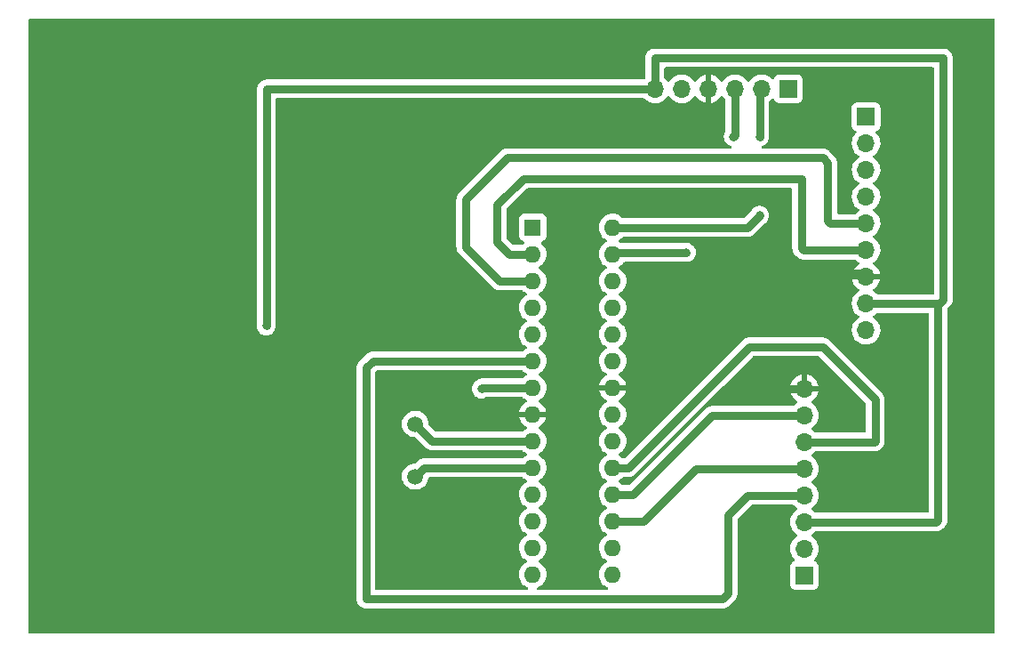
<source format=gbr>
%TF.GenerationSoftware,KiCad,Pcbnew,(6.0.8)*%
%TF.CreationDate,2023-01-06T11:49:21+01:00*%
%TF.ProjectId,Projet commun SEC SIC-PAS TOUT,50726f6a-6574-4206-936f-6d6d756e2053,rev?*%
%TF.SameCoordinates,Original*%
%TF.FileFunction,Copper,L2,Bot*%
%TF.FilePolarity,Positive*%
%FSLAX46Y46*%
G04 Gerber Fmt 4.6, Leading zero omitted, Abs format (unit mm)*
G04 Created by KiCad (PCBNEW (6.0.8)) date 2023-01-06 11:49:21*
%MOMM*%
%LPD*%
G01*
G04 APERTURE LIST*
%TA.AperFunction,ComponentPad*%
%ADD10C,1.500000*%
%TD*%
%TA.AperFunction,ComponentPad*%
%ADD11R,1.700000X1.700000*%
%TD*%
%TA.AperFunction,ComponentPad*%
%ADD12O,1.700000X1.700000*%
%TD*%
%TA.AperFunction,ComponentPad*%
%ADD13R,1.600000X1.600000*%
%TD*%
%TA.AperFunction,ComponentPad*%
%ADD14O,1.600000X1.600000*%
%TD*%
%TA.AperFunction,ViaPad*%
%ADD15C,0.800000*%
%TD*%
%TA.AperFunction,Conductor*%
%ADD16C,0.750000*%
%TD*%
G04 APERTURE END LIST*
D10*
%TO.P,Y1,1,1*%
%TO.N,Net-(C2-Pad2)*%
X121694000Y-99339000D03*
%TO.P,Y1,2,2*%
%TO.N,Net-(C1-Pad2)*%
X121694000Y-94339000D03*
%TD*%
D11*
%TO.P,J1,1,Pin_1*%
%TO.N,unconnected-(J1-Pad1)*%
X158753000Y-108762000D03*
D12*
%TO.P,J1,2,Pin_2*%
%TO.N,unconnected-(J1-Pad2)*%
X158753000Y-106222000D03*
%TO.P,J1,3,Pin_3*%
%TO.N,VCC*%
X158753000Y-103682000D03*
%TO.P,J1,4,Pin_4*%
%TO.N,Net-(J1-Pad4)*%
X158753000Y-101142000D03*
%TO.P,J1,5,Pin_5*%
%TO.N,Net-(U1-Pad17)*%
X158753000Y-98602000D03*
%TO.P,J1,6,Pin_6*%
%TO.N,Net-(U1-Pad19)*%
X158753000Y-96062000D03*
%TO.P,J1,7,Pin_7*%
%TO.N,Net-(U1-Pad18)*%
X158753000Y-93522000D03*
%TO.P,J1,8,Pin_8*%
%TO.N,GND*%
X158753000Y-90982000D03*
%TD*%
D13*
%TO.P,U1,1,~{RESET}/PC6*%
%TO.N,unconnected-(U1-Pad1)*%
X132880000Y-75640000D03*
D14*
%TO.P,U1,2,PD0*%
%TO.N,Net-(J3-Pad6)*%
X132880000Y-78180000D03*
%TO.P,U1,3,PD1*%
%TO.N,Net-(J3-Pad5)*%
X132880000Y-80720000D03*
%TO.P,U1,4,PD2*%
%TO.N,unconnected-(U1-Pad4)*%
X132880000Y-83260000D03*
%TO.P,U1,5,PD3*%
%TO.N,unconnected-(U1-Pad5)*%
X132880000Y-85800000D03*
%TO.P,U1,6,PD4*%
%TO.N,Net-(J1-Pad4)*%
X132880000Y-88340000D03*
%TO.P,U1,7,VCC*%
%TO.N,VCC*%
X132880000Y-90880000D03*
%TO.P,U1,8,GND*%
%TO.N,GND*%
X132880000Y-93420000D03*
%TO.P,U1,9,XTAL1/PB6*%
%TO.N,Net-(C1-Pad2)*%
X132880000Y-95960000D03*
%TO.P,U1,10,XTAL2/PB7*%
%TO.N,Net-(C2-Pad2)*%
X132880000Y-98500000D03*
%TO.P,U1,11,PD5*%
%TO.N,unconnected-(U1-Pad11)*%
X132880000Y-101040000D03*
%TO.P,U1,12,PD6*%
%TO.N,unconnected-(U1-Pad12)*%
X132880000Y-103580000D03*
%TO.P,U1,13,PD7*%
%TO.N,unconnected-(U1-Pad13)*%
X132880000Y-106120000D03*
%TO.P,U1,14,PB0*%
%TO.N,unconnected-(U1-Pad14)*%
X132880000Y-108660000D03*
%TO.P,U1,15,PB1*%
%TO.N,unconnected-(U1-Pad15)*%
X140500000Y-108660000D03*
%TO.P,U1,16,PB2*%
%TO.N,unconnected-(U1-Pad16)*%
X140500000Y-106120000D03*
%TO.P,U1,17,PB3*%
%TO.N,Net-(U1-Pad17)*%
X140500000Y-103580000D03*
%TO.P,U1,18,PB4*%
%TO.N,Net-(U1-Pad18)*%
X140500000Y-101040000D03*
%TO.P,U1,19,PB5*%
%TO.N,Net-(U1-Pad19)*%
X140500000Y-98500000D03*
%TO.P,U1,20,AVCC*%
%TO.N,unconnected-(U1-Pad20)*%
X140500000Y-95960000D03*
%TO.P,U1,21,AREF*%
%TO.N,unconnected-(U1-Pad21)*%
X140500000Y-93420000D03*
%TO.P,U1,22,GND*%
%TO.N,GND*%
X140500000Y-90880000D03*
%TO.P,U1,23,PC0*%
%TO.N,unconnected-(U1-Pad23)*%
X140500000Y-88340000D03*
%TO.P,U1,24,PC1*%
%TO.N,unconnected-(U1-Pad24)*%
X140500000Y-85800000D03*
%TO.P,U1,25,PC2*%
%TO.N,unconnected-(U1-Pad25)*%
X140500000Y-83260000D03*
%TO.P,U1,26,PC3*%
%TO.N,unconnected-(U1-Pad26)*%
X140500000Y-80720000D03*
%TO.P,U1,27,PC4*%
%TO.N,Net-(J2-Pad3)*%
X140500000Y-78180000D03*
%TO.P,U1,28,PC5*%
%TO.N,Net-(J2-Pad2)*%
X140500000Y-75640000D03*
%TD*%
D11*
%TO.P,J3,1,Pin_1*%
%TO.N,unconnected-(J3-Pad1)*%
X164645000Y-65099000D03*
D12*
%TO.P,J3,2,Pin_2*%
%TO.N,unconnected-(J3-Pad2)*%
X164645000Y-67639000D03*
%TO.P,J3,3,Pin_3*%
%TO.N,unconnected-(J3-Pad3)*%
X164645000Y-70179000D03*
%TO.P,J3,4,Pin_4*%
%TO.N,unconnected-(J3-Pad4)*%
X164645000Y-72719000D03*
%TO.P,J3,5,Pin_5*%
%TO.N,Net-(J3-Pad5)*%
X164645000Y-75259000D03*
%TO.P,J3,6,Pin_6*%
%TO.N,Net-(J3-Pad6)*%
X164645000Y-77799000D03*
%TO.P,J3,7,Pin_7*%
%TO.N,GND*%
X164645000Y-80339000D03*
%TO.P,J3,8,Pin_8*%
%TO.N,VCC*%
X164645000Y-82879000D03*
%TO.P,J3,9,Pin_9*%
%TO.N,unconnected-(J3-Pad9)*%
X164645000Y-85419000D03*
%TD*%
D11*
%TO.P,J2,1,Pin_1*%
%TO.N,unconnected-(J2-Pad1)*%
X157229000Y-62447000D03*
D12*
%TO.P,J2,2,Pin_2*%
%TO.N,Net-(J2-Pad2)*%
X154689000Y-62447000D03*
%TO.P,J2,3,Pin_3*%
%TO.N,Net-(J2-Pad3)*%
X152149000Y-62447000D03*
%TO.P,J2,4,Pin_4*%
%TO.N,GND*%
X149609000Y-62447000D03*
%TO.P,J2,5,Pin_5*%
%TO.N,unconnected-(J2-Pad5)*%
X147069000Y-62447000D03*
%TO.P,J2,6,Pin_6*%
%TO.N,VCC*%
X144529000Y-62447000D03*
%TD*%
D15*
%TO.N,GND*%
X158500000Y-80000000D03*
X156000000Y-91000000D03*
X127500000Y-84000000D03*
%TO.N,Net-(J2-Pad2)*%
X154500000Y-67000000D03*
X154500000Y-74500000D03*
%TO.N,Net-(J2-Pad3)*%
X147500000Y-78000000D03*
X152000000Y-67000000D03*
%TO.N,VCC*%
X107500000Y-85000000D03*
%TO.N,GND*%
X108500000Y-94500000D03*
%TO.N,VCC*%
X128000000Y-91000000D03*
%TO.N,GND*%
X113261000Y-80438000D03*
%TD*%
D16*
%TO.N,GND*%
X164306000Y-80000000D02*
X164645000Y-80339000D01*
X158500000Y-80000000D02*
X164306000Y-80000000D01*
X156018000Y-90982000D02*
X156000000Y-91000000D01*
X158753000Y-90982000D02*
X156018000Y-90982000D01*
%TO.N,Net-(J3-Pad6)*%
X158500000Y-77598000D02*
X158701000Y-77799000D01*
X158500000Y-71000000D02*
X158500000Y-77598000D01*
X164645000Y-77799000D02*
X158701000Y-77799000D01*
X132000000Y-71000000D02*
X158500000Y-71000000D01*
X129500000Y-73500000D02*
X132000000Y-71000000D01*
X129500000Y-77000000D02*
X129500000Y-73500000D01*
X130680000Y-78180000D02*
X129500000Y-77000000D01*
X132880000Y-78180000D02*
X130680000Y-78180000D01*
%TO.N,Net-(U1-Pad19)*%
X142000000Y-98500000D02*
X140500000Y-98500000D01*
X160500000Y-87000000D02*
X153500000Y-87000000D01*
X165500000Y-96000000D02*
X165500000Y-92000000D01*
X165500000Y-92000000D02*
X160500000Y-87000000D01*
X165438000Y-96062000D02*
X165500000Y-96000000D01*
X158753000Y-96062000D02*
X165438000Y-96062000D01*
X153500000Y-87000000D02*
X142000000Y-98500000D01*
%TO.N,Net-(J3-Pad5)*%
X130500000Y-69000000D02*
X126500000Y-73000000D01*
X161000000Y-69500000D02*
X160500000Y-69000000D01*
X160500000Y-69000000D02*
X130500000Y-69000000D01*
X161259000Y-75259000D02*
X161000000Y-75000000D01*
X161000000Y-75000000D02*
X161000000Y-69500000D01*
X164645000Y-75259000D02*
X161259000Y-75259000D01*
X126500000Y-77500000D02*
X126500000Y-73000000D01*
X129720000Y-80720000D02*
X126500000Y-77500000D01*
X132880000Y-80720000D02*
X129720000Y-80720000D01*
%TO.N,Net-(J2-Pad2)*%
X154500000Y-67000000D02*
X154500000Y-62636000D01*
X154500000Y-62636000D02*
X154689000Y-62447000D01*
X153360000Y-75640000D02*
X154500000Y-74500000D01*
X140500000Y-75640000D02*
X153360000Y-75640000D01*
%TO.N,Net-(J2-Pad3)*%
X140680000Y-78000000D02*
X140500000Y-78180000D01*
X152149000Y-66851000D02*
X152000000Y-67000000D01*
X147500000Y-78000000D02*
X140680000Y-78000000D01*
X152149000Y-62447000D02*
X152149000Y-66851000D01*
%TO.N,VCC*%
X172000000Y-59500000D02*
X172000000Y-82500000D01*
X172000000Y-82500000D02*
X171500000Y-83000000D01*
X144500000Y-59500000D02*
X172000000Y-59500000D01*
X144529000Y-59529000D02*
X144500000Y-59500000D01*
X144529000Y-62447000D02*
X144529000Y-59529000D01*
X107553000Y-62447000D02*
X144529000Y-62447000D01*
X107500000Y-62500000D02*
X107553000Y-62447000D01*
X107500000Y-85000000D02*
X107500000Y-62500000D01*
X128120000Y-90880000D02*
X128000000Y-91000000D01*
X132880000Y-90880000D02*
X128120000Y-90880000D01*
%TO.N,Net-(U1-Pad18)*%
X149978000Y-93522000D02*
X158753000Y-93522000D01*
X142460000Y-101040000D02*
X149978000Y-93522000D01*
X140500000Y-101040000D02*
X142460000Y-101040000D01*
%TO.N,Net-(U1-Pad17)*%
X143420000Y-103580000D02*
X148398000Y-98602000D01*
X148398000Y-98602000D02*
X158753000Y-98602000D01*
X140500000Y-103580000D02*
X143420000Y-103580000D01*
%TO.N,VCC*%
X171379000Y-82879000D02*
X164645000Y-82879000D01*
X171500000Y-83000000D02*
X171379000Y-82879000D01*
X171500000Y-103500000D02*
X171500000Y-83000000D01*
X171318000Y-103682000D02*
X171500000Y-103500000D01*
X158753000Y-103682000D02*
X171318000Y-103682000D01*
%TO.N,Net-(J1-Pad4)*%
X153358000Y-101142000D02*
X158753000Y-101142000D01*
X151500000Y-110500000D02*
X151500000Y-103000000D01*
X151000000Y-111000000D02*
X151500000Y-110500000D01*
X117000000Y-111000000D02*
X151000000Y-111000000D01*
X151500000Y-103000000D02*
X153358000Y-101142000D01*
X117000000Y-89000000D02*
X117000000Y-111000000D01*
X117660000Y-88340000D02*
X117000000Y-89000000D01*
X132880000Y-88340000D02*
X117660000Y-88340000D01*
%TO.N,Net-(C1-Pad2)*%
X123315000Y-95960000D02*
X132880000Y-95960000D01*
X121694000Y-94339000D02*
X123315000Y-95960000D01*
%TO.N,Net-(C2-Pad2)*%
X122533000Y-98500000D02*
X132880000Y-98500000D01*
X121694000Y-99339000D02*
X122533000Y-98500000D01*
%TD*%
%TA.AperFunction,Conductor*%
%TO.N,GND*%
G36*
X176852621Y-55813502D02*
G01*
X176899114Y-55867158D01*
X176910500Y-55919500D01*
X176910500Y-114157500D01*
X176890498Y-114225621D01*
X176836842Y-114272114D01*
X176784500Y-114283500D01*
X84962500Y-114283500D01*
X84894379Y-114263498D01*
X84847886Y-114209842D01*
X84836500Y-114157500D01*
X84836500Y-85000000D01*
X106586496Y-85000000D01*
X106587186Y-85006565D01*
X106604228Y-85168707D01*
X106606458Y-85189928D01*
X106665473Y-85371556D01*
X106668776Y-85377278D01*
X106668777Y-85377279D01*
X106673636Y-85385695D01*
X106760960Y-85536944D01*
X106765378Y-85541851D01*
X106765379Y-85541852D01*
X106825583Y-85608715D01*
X106888747Y-85678866D01*
X107043248Y-85791118D01*
X107049276Y-85793802D01*
X107049278Y-85793803D01*
X107133779Y-85831425D01*
X107217712Y-85868794D01*
X107311113Y-85888647D01*
X107398056Y-85907128D01*
X107398061Y-85907128D01*
X107404513Y-85908500D01*
X107595487Y-85908500D01*
X107601939Y-85907128D01*
X107601944Y-85907128D01*
X107688887Y-85888647D01*
X107782288Y-85868794D01*
X107866221Y-85831425D01*
X107950722Y-85793803D01*
X107950724Y-85793802D01*
X107956752Y-85791118D01*
X108111253Y-85678866D01*
X108174417Y-85608715D01*
X108234621Y-85541852D01*
X108234622Y-85541851D01*
X108239040Y-85536944D01*
X108326364Y-85385695D01*
X108331223Y-85377279D01*
X108331224Y-85377278D01*
X108334527Y-85371556D01*
X108393542Y-85189928D01*
X108395773Y-85168707D01*
X108412814Y-85006565D01*
X108413504Y-85000000D01*
X108393542Y-84810072D01*
X108389667Y-84798146D01*
X108383500Y-84759210D01*
X108383500Y-63456500D01*
X108403502Y-63388379D01*
X108457158Y-63341886D01*
X108509500Y-63330500D01*
X143439357Y-63330500D01*
X143507478Y-63350502D01*
X143534589Y-63373998D01*
X143575250Y-63420938D01*
X143747126Y-63563632D01*
X143940000Y-63676338D01*
X143944825Y-63678180D01*
X143944826Y-63678181D01*
X144017612Y-63705975D01*
X144148692Y-63756030D01*
X144153760Y-63757061D01*
X144153763Y-63757062D01*
X144248862Y-63776410D01*
X144367597Y-63800567D01*
X144372772Y-63800757D01*
X144372774Y-63800757D01*
X144585673Y-63808564D01*
X144585677Y-63808564D01*
X144590837Y-63808753D01*
X144595957Y-63808097D01*
X144595959Y-63808097D01*
X144807288Y-63781025D01*
X144807289Y-63781025D01*
X144812416Y-63780368D01*
X144817366Y-63778883D01*
X145021429Y-63717661D01*
X145021434Y-63717659D01*
X145026384Y-63716174D01*
X145226994Y-63617896D01*
X145408860Y-63488173D01*
X145455722Y-63441475D01*
X145509003Y-63388379D01*
X145567096Y-63330489D01*
X145697453Y-63149077D01*
X145698776Y-63150028D01*
X145745645Y-63106857D01*
X145815580Y-63094625D01*
X145881026Y-63122144D01*
X145908875Y-63153994D01*
X145968987Y-63252088D01*
X146115250Y-63420938D01*
X146287126Y-63563632D01*
X146480000Y-63676338D01*
X146484825Y-63678180D01*
X146484826Y-63678181D01*
X146557612Y-63705975D01*
X146688692Y-63756030D01*
X146693760Y-63757061D01*
X146693763Y-63757062D01*
X146788862Y-63776410D01*
X146907597Y-63800567D01*
X146912772Y-63800757D01*
X146912774Y-63800757D01*
X147125673Y-63808564D01*
X147125677Y-63808564D01*
X147130837Y-63808753D01*
X147135957Y-63808097D01*
X147135959Y-63808097D01*
X147347288Y-63781025D01*
X147347289Y-63781025D01*
X147352416Y-63780368D01*
X147357366Y-63778883D01*
X147561429Y-63717661D01*
X147561434Y-63717659D01*
X147566384Y-63716174D01*
X147766994Y-63617896D01*
X147948860Y-63488173D01*
X147995722Y-63441475D01*
X148049003Y-63388379D01*
X148107096Y-63330489D01*
X148237453Y-63149077D01*
X148238640Y-63149930D01*
X148285960Y-63106362D01*
X148355897Y-63094145D01*
X148421338Y-63121678D01*
X148449166Y-63153511D01*
X148506694Y-63247388D01*
X148512777Y-63255699D01*
X148652213Y-63416667D01*
X148659580Y-63423883D01*
X148823434Y-63559916D01*
X148831881Y-63565831D01*
X149015756Y-63673279D01*
X149025042Y-63677729D01*
X149224001Y-63753703D01*
X149233899Y-63756579D01*
X149337250Y-63777606D01*
X149351299Y-63776410D01*
X149355000Y-63766065D01*
X149355000Y-61130102D01*
X149351082Y-61116758D01*
X149336806Y-61114771D01*
X149298324Y-61120660D01*
X149288288Y-61123051D01*
X149085868Y-61189212D01*
X149076359Y-61193209D01*
X148887463Y-61291542D01*
X148878738Y-61297036D01*
X148708433Y-61424905D01*
X148700726Y-61431748D01*
X148553590Y-61585717D01*
X148547109Y-61593722D01*
X148442498Y-61747074D01*
X148387587Y-61792076D01*
X148317062Y-61800247D01*
X148253315Y-61768993D01*
X148232618Y-61744509D01*
X148151822Y-61619617D01*
X148151820Y-61619614D01*
X148149014Y-61615277D01*
X147998670Y-61450051D01*
X147994619Y-61446852D01*
X147994615Y-61446848D01*
X147827414Y-61314800D01*
X147827410Y-61314798D01*
X147823359Y-61311598D01*
X147787028Y-61291542D01*
X147771136Y-61282769D01*
X147627789Y-61203638D01*
X147622920Y-61201914D01*
X147622916Y-61201912D01*
X147422087Y-61130795D01*
X147422083Y-61130794D01*
X147417212Y-61129069D01*
X147412119Y-61128162D01*
X147412116Y-61128161D01*
X147202373Y-61090800D01*
X147202367Y-61090799D01*
X147197284Y-61089894D01*
X147123452Y-61088992D01*
X146979081Y-61087228D01*
X146979079Y-61087228D01*
X146973911Y-61087165D01*
X146753091Y-61120955D01*
X146540756Y-61190357D01*
X146342607Y-61293507D01*
X146338474Y-61296610D01*
X146338471Y-61296612D01*
X146168100Y-61424530D01*
X146163965Y-61427635D01*
X146138541Y-61454240D01*
X146022560Y-61575607D01*
X146009629Y-61589138D01*
X145902201Y-61746621D01*
X145847293Y-61791621D01*
X145776768Y-61799792D01*
X145713021Y-61768538D01*
X145692324Y-61744054D01*
X145611822Y-61619617D01*
X145611820Y-61619614D01*
X145609014Y-61615277D01*
X145458670Y-61450051D01*
X145454612Y-61446846D01*
X145452572Y-61444944D01*
X145416391Y-61383859D01*
X145412500Y-61352790D01*
X145412500Y-60509500D01*
X145432502Y-60441379D01*
X145486158Y-60394886D01*
X145538500Y-60383500D01*
X170990500Y-60383500D01*
X171058621Y-60403502D01*
X171105114Y-60457158D01*
X171116500Y-60509500D01*
X171116500Y-81869500D01*
X171096498Y-81937621D01*
X171042842Y-81984114D01*
X170990500Y-81995500D01*
X165733605Y-81995500D01*
X165665484Y-81975498D01*
X165640412Y-81954300D01*
X165578148Y-81885873D01*
X165578146Y-81885872D01*
X165574670Y-81882051D01*
X165570619Y-81878852D01*
X165570615Y-81878848D01*
X165403414Y-81746800D01*
X165403410Y-81746798D01*
X165399359Y-81743598D01*
X165357569Y-81720529D01*
X165307598Y-81670097D01*
X165292826Y-81600654D01*
X165317942Y-81534248D01*
X165345294Y-81507641D01*
X165520328Y-81382792D01*
X165528200Y-81376139D01*
X165679052Y-81225812D01*
X165685730Y-81217965D01*
X165810003Y-81045020D01*
X165815313Y-81036183D01*
X165909670Y-80845267D01*
X165913469Y-80835672D01*
X165975377Y-80631910D01*
X165977555Y-80621837D01*
X165978986Y-80610962D01*
X165976775Y-80596778D01*
X165963617Y-80593000D01*
X163328225Y-80593000D01*
X163314694Y-80596973D01*
X163313257Y-80606966D01*
X163343565Y-80741446D01*
X163346645Y-80751275D01*
X163426770Y-80948603D01*
X163431413Y-80957794D01*
X163542694Y-81139388D01*
X163548777Y-81147699D01*
X163688213Y-81308667D01*
X163695580Y-81315883D01*
X163859434Y-81451916D01*
X163867881Y-81457831D01*
X163936969Y-81498203D01*
X163985693Y-81549842D01*
X163998764Y-81619625D01*
X163972033Y-81685396D01*
X163931584Y-81718752D01*
X163918607Y-81725507D01*
X163914474Y-81728610D01*
X163914471Y-81728612D01*
X163744100Y-81856530D01*
X163739965Y-81859635D01*
X163736393Y-81863373D01*
X163614431Y-81990999D01*
X163585629Y-82021138D01*
X163459743Y-82205680D01*
X163365688Y-82408305D01*
X163305989Y-82623570D01*
X163282251Y-82845695D01*
X163282548Y-82850848D01*
X163282548Y-82850851D01*
X163292097Y-83016454D01*
X163295110Y-83068715D01*
X163296247Y-83073761D01*
X163296248Y-83073767D01*
X163314617Y-83155274D01*
X163344222Y-83286639D01*
X163428266Y-83493616D01*
X163544987Y-83684088D01*
X163691250Y-83852938D01*
X163863126Y-83995632D01*
X163933595Y-84036811D01*
X163936445Y-84038476D01*
X163985169Y-84090114D01*
X163998240Y-84159897D01*
X163971509Y-84225669D01*
X163931055Y-84259027D01*
X163924766Y-84262301D01*
X163918607Y-84265507D01*
X163914474Y-84268610D01*
X163914471Y-84268612D01*
X163744100Y-84396530D01*
X163739965Y-84399635D01*
X163736393Y-84403373D01*
X163614431Y-84530999D01*
X163585629Y-84561138D01*
X163459743Y-84745680D01*
X163365688Y-84948305D01*
X163305989Y-85163570D01*
X163282251Y-85385695D01*
X163282548Y-85390848D01*
X163282548Y-85390851D01*
X163288011Y-85485590D01*
X163295110Y-85608715D01*
X163296247Y-85613761D01*
X163296248Y-85613767D01*
X163316119Y-85701939D01*
X163344222Y-85826639D01*
X163428266Y-86033616D01*
X163477032Y-86113195D01*
X163511186Y-86168929D01*
X163544987Y-86224088D01*
X163691250Y-86392938D01*
X163863126Y-86535632D01*
X164056000Y-86648338D01*
X164264692Y-86728030D01*
X164269760Y-86729061D01*
X164269763Y-86729062D01*
X164377017Y-86750883D01*
X164483597Y-86772567D01*
X164488772Y-86772757D01*
X164488774Y-86772757D01*
X164701673Y-86780564D01*
X164701677Y-86780564D01*
X164706837Y-86780753D01*
X164711957Y-86780097D01*
X164711959Y-86780097D01*
X164923288Y-86753025D01*
X164923289Y-86753025D01*
X164928416Y-86752368D01*
X164933366Y-86750883D01*
X165137429Y-86689661D01*
X165137434Y-86689659D01*
X165142384Y-86688174D01*
X165342994Y-86589896D01*
X165524860Y-86460173D01*
X165533301Y-86451762D01*
X165645011Y-86340441D01*
X165683096Y-86302489D01*
X165738920Y-86224802D01*
X165810435Y-86125277D01*
X165813453Y-86121077D01*
X165856785Y-86033402D01*
X165910136Y-85925453D01*
X165910137Y-85925451D01*
X165912430Y-85920811D01*
X165977370Y-85707069D01*
X166006529Y-85485590D01*
X166008156Y-85419000D01*
X165989852Y-85196361D01*
X165935431Y-84979702D01*
X165846354Y-84774840D01*
X165806906Y-84713862D01*
X165727822Y-84591617D01*
X165727820Y-84591614D01*
X165725014Y-84587277D01*
X165574670Y-84422051D01*
X165570619Y-84418852D01*
X165570615Y-84418848D01*
X165403414Y-84286800D01*
X165403410Y-84286798D01*
X165399359Y-84283598D01*
X165358053Y-84260796D01*
X165308084Y-84210364D01*
X165293312Y-84140921D01*
X165318428Y-84074516D01*
X165345780Y-84047909D01*
X165389603Y-84016650D01*
X165524860Y-83920173D01*
X165646208Y-83799249D01*
X165708579Y-83765333D01*
X165735147Y-83762500D01*
X170490500Y-83762500D01*
X170558621Y-83782502D01*
X170605114Y-83836158D01*
X170616500Y-83888500D01*
X170616500Y-102672500D01*
X170596498Y-102740621D01*
X170542842Y-102787114D01*
X170490500Y-102798500D01*
X159841605Y-102798500D01*
X159773484Y-102778498D01*
X159748412Y-102757300D01*
X159686148Y-102688873D01*
X159686146Y-102688872D01*
X159682670Y-102685051D01*
X159678619Y-102681852D01*
X159678615Y-102681848D01*
X159511414Y-102549800D01*
X159511410Y-102549798D01*
X159507359Y-102546598D01*
X159466053Y-102523796D01*
X159416084Y-102473364D01*
X159401312Y-102403921D01*
X159426428Y-102337516D01*
X159453780Y-102310909D01*
X159505126Y-102274284D01*
X159632860Y-102183173D01*
X159791096Y-102025489D01*
X159921453Y-101844077D01*
X159934984Y-101816700D01*
X160018136Y-101648453D01*
X160018137Y-101648451D01*
X160020430Y-101643811D01*
X160085370Y-101430069D01*
X160114529Y-101208590D01*
X160116156Y-101142000D01*
X160097852Y-100919361D01*
X160043431Y-100702702D01*
X159954354Y-100497840D01*
X159848193Y-100333740D01*
X159835822Y-100314617D01*
X159835820Y-100314614D01*
X159833014Y-100310277D01*
X159682670Y-100145051D01*
X159678619Y-100141852D01*
X159678615Y-100141848D01*
X159511414Y-100009800D01*
X159511410Y-100009798D01*
X159507359Y-100006598D01*
X159466053Y-99983796D01*
X159416084Y-99933364D01*
X159401312Y-99863921D01*
X159426428Y-99797516D01*
X159453780Y-99770909D01*
X159505126Y-99734284D01*
X159632860Y-99643173D01*
X159791096Y-99485489D01*
X159921453Y-99304077D01*
X159934984Y-99276700D01*
X160018136Y-99108453D01*
X160018137Y-99108451D01*
X160020430Y-99103811D01*
X160069005Y-98943933D01*
X160083865Y-98895023D01*
X160083865Y-98895021D01*
X160085370Y-98890069D01*
X160114529Y-98668590D01*
X160116156Y-98602000D01*
X160097852Y-98379361D01*
X160043431Y-98162702D01*
X159954354Y-97957840D01*
X159889087Y-97856953D01*
X159835822Y-97774617D01*
X159835820Y-97774614D01*
X159833014Y-97770277D01*
X159682670Y-97605051D01*
X159678619Y-97601852D01*
X159678615Y-97601848D01*
X159511414Y-97469800D01*
X159511410Y-97469798D01*
X159507359Y-97466598D01*
X159466053Y-97443796D01*
X159416084Y-97393364D01*
X159401312Y-97323921D01*
X159426428Y-97257516D01*
X159453780Y-97230909D01*
X159505126Y-97194284D01*
X159632860Y-97103173D01*
X159754208Y-96982249D01*
X159816579Y-96948333D01*
X159843147Y-96945500D01*
X165358543Y-96945500D01*
X165378255Y-96947051D01*
X165391507Y-96949150D01*
X165398094Y-96948805D01*
X165398098Y-96948805D01*
X165457850Y-96945673D01*
X165464445Y-96945500D01*
X165484306Y-96945500D01*
X165504069Y-96943423D01*
X165510628Y-96942907D01*
X165526427Y-96942079D01*
X165570377Y-96939776D01*
X165570381Y-96939775D01*
X165576971Y-96939430D01*
X165589929Y-96935958D01*
X165609372Y-96932355D01*
X165609795Y-96932311D01*
X165622702Y-96930954D01*
X165685894Y-96910422D01*
X165692196Y-96908556D01*
X165749985Y-96893071D01*
X165756363Y-96891362D01*
X165762242Y-96888366D01*
X165762251Y-96888363D01*
X165768317Y-96885272D01*
X165786579Y-96877708D01*
X165793043Y-96875608D01*
X165793051Y-96875605D01*
X165799331Y-96873564D01*
X165805050Y-96870262D01*
X165805055Y-96870260D01*
X165856867Y-96840346D01*
X165862637Y-96837213D01*
X165921839Y-96807047D01*
X165932259Y-96798609D01*
X165948552Y-96787411D01*
X165950367Y-96786363D01*
X165960169Y-96780704D01*
X165965075Y-96776287D01*
X165965080Y-96776283D01*
X166009538Y-96736253D01*
X166014554Y-96731969D01*
X166027409Y-96721559D01*
X166027412Y-96721556D01*
X166029986Y-96719472D01*
X166044022Y-96705436D01*
X166048806Y-96700895D01*
X166090872Y-96663019D01*
X166090873Y-96663017D01*
X166092285Y-96661746D01*
X166094434Y-96660185D01*
X166096211Y-96658211D01*
X166098185Y-96656434D01*
X166099746Y-96654285D01*
X166138895Y-96610806D01*
X166143436Y-96606022D01*
X166157472Y-96591986D01*
X166159559Y-96589409D01*
X166169969Y-96576554D01*
X166174253Y-96571538D01*
X166214283Y-96527080D01*
X166214287Y-96527075D01*
X166218704Y-96522169D01*
X166225411Y-96510552D01*
X166236609Y-96494259D01*
X166240891Y-96488971D01*
X166245047Y-96483839D01*
X166275213Y-96424637D01*
X166278346Y-96418867D01*
X166308260Y-96367055D01*
X166308262Y-96367050D01*
X166311564Y-96361331D01*
X166313605Y-96355051D01*
X166313608Y-96355043D01*
X166315708Y-96348579D01*
X166323272Y-96330317D01*
X166326363Y-96324251D01*
X166326366Y-96324242D01*
X166329362Y-96318363D01*
X166346556Y-96254196D01*
X166348422Y-96247894D01*
X166368954Y-96184702D01*
X166370355Y-96171372D01*
X166373958Y-96151929D01*
X166377430Y-96138971D01*
X166380906Y-96072646D01*
X166381423Y-96066071D01*
X166383156Y-96049579D01*
X166383500Y-96046306D01*
X166383500Y-96026432D01*
X166383673Y-96019838D01*
X166386804Y-95960099D01*
X166386804Y-95960095D01*
X166387149Y-95953507D01*
X166385051Y-95940260D01*
X166383500Y-95920550D01*
X166383500Y-92079457D01*
X166385051Y-92059745D01*
X166386118Y-92053008D01*
X166387150Y-92046493D01*
X166386605Y-92036081D01*
X166383673Y-91980150D01*
X166383500Y-91973555D01*
X166383500Y-91953694D01*
X166381423Y-91933931D01*
X166380907Y-91927367D01*
X166377776Y-91867623D01*
X166377775Y-91867619D01*
X166377430Y-91861029D01*
X166373958Y-91848071D01*
X166370355Y-91828628D01*
X166369644Y-91821866D01*
X166368954Y-91815298D01*
X166348422Y-91752106D01*
X166346556Y-91745804D01*
X166331071Y-91688015D01*
X166329362Y-91681637D01*
X166326366Y-91675758D01*
X166326363Y-91675749D01*
X166323272Y-91669683D01*
X166315708Y-91651421D01*
X166313608Y-91644957D01*
X166313605Y-91644949D01*
X166311564Y-91638669D01*
X166308262Y-91632950D01*
X166308260Y-91632945D01*
X166278346Y-91581133D01*
X166275213Y-91575363D01*
X166245047Y-91516161D01*
X166236610Y-91505742D01*
X166225410Y-91489446D01*
X166222004Y-91483546D01*
X166222002Y-91483543D01*
X166218704Y-91477831D01*
X166214288Y-91472926D01*
X166214284Y-91472921D01*
X166174246Y-91428453D01*
X166169966Y-91423443D01*
X166159546Y-91410576D01*
X166159545Y-91410575D01*
X166157472Y-91408015D01*
X166143436Y-91393979D01*
X166138895Y-91389194D01*
X166098856Y-91344726D01*
X166098855Y-91344725D01*
X166094434Y-91339815D01*
X166089094Y-91335935D01*
X166089086Y-91335928D01*
X166083578Y-91331927D01*
X166068543Y-91319086D01*
X161180912Y-86431454D01*
X161168075Y-86416426D01*
X161160185Y-86405566D01*
X161149828Y-86396240D01*
X161110816Y-86361114D01*
X161106031Y-86356573D01*
X161091986Y-86342528D01*
X161089409Y-86340441D01*
X161076554Y-86330031D01*
X161071538Y-86325747D01*
X161027080Y-86285717D01*
X161027075Y-86285713D01*
X161022169Y-86281296D01*
X161010552Y-86274589D01*
X160994259Y-86263391D01*
X160988971Y-86259109D01*
X160983839Y-86254953D01*
X160924637Y-86224787D01*
X160918867Y-86221654D01*
X160867055Y-86191740D01*
X160867050Y-86191738D01*
X160861331Y-86188436D01*
X160855051Y-86186395D01*
X160855043Y-86186392D01*
X160848579Y-86184292D01*
X160830317Y-86176728D01*
X160824251Y-86173637D01*
X160824242Y-86173634D01*
X160818363Y-86170638D01*
X160807672Y-86167773D01*
X160754196Y-86153444D01*
X160747894Y-86151578D01*
X160684702Y-86131046D01*
X160671372Y-86129645D01*
X160651929Y-86126042D01*
X160638971Y-86122570D01*
X160632381Y-86122225D01*
X160632377Y-86122224D01*
X160588427Y-86119921D01*
X160572628Y-86119093D01*
X160566069Y-86118577D01*
X160546306Y-86116500D01*
X160526445Y-86116500D01*
X160519850Y-86116327D01*
X160460098Y-86113195D01*
X160460094Y-86113195D01*
X160453507Y-86112850D01*
X160440253Y-86114949D01*
X160420544Y-86116500D01*
X153579457Y-86116500D01*
X153559745Y-86114949D01*
X153553008Y-86113882D01*
X153553009Y-86113882D01*
X153546493Y-86112850D01*
X153539906Y-86113195D01*
X153539902Y-86113195D01*
X153480150Y-86116327D01*
X153473555Y-86116500D01*
X153453694Y-86116500D01*
X153433931Y-86118577D01*
X153427372Y-86119093D01*
X153411573Y-86119921D01*
X153367623Y-86122224D01*
X153367619Y-86122225D01*
X153361029Y-86122570D01*
X153348071Y-86126042D01*
X153328628Y-86129645D01*
X153315298Y-86131046D01*
X153252106Y-86151578D01*
X153245804Y-86153444D01*
X153192328Y-86167773D01*
X153181637Y-86170638D01*
X153175758Y-86173634D01*
X153175749Y-86173637D01*
X153169683Y-86176728D01*
X153151421Y-86184292D01*
X153144957Y-86186392D01*
X153144949Y-86186395D01*
X153138669Y-86188436D01*
X153132950Y-86191738D01*
X153132945Y-86191740D01*
X153081133Y-86221654D01*
X153075363Y-86224787D01*
X153016161Y-86254953D01*
X153011029Y-86259109D01*
X153005741Y-86263391D01*
X152989448Y-86274589D01*
X152977831Y-86281296D01*
X152972925Y-86285713D01*
X152972920Y-86285717D01*
X152928462Y-86325747D01*
X152923446Y-86330031D01*
X152910591Y-86340441D01*
X152908014Y-86342528D01*
X152893969Y-86356573D01*
X152889184Y-86361114D01*
X152850173Y-86396240D01*
X152839815Y-86405566D01*
X152831925Y-86416426D01*
X152819088Y-86431454D01*
X141670947Y-97579595D01*
X141608635Y-97613621D01*
X141581852Y-97616500D01*
X141519188Y-97616500D01*
X141451067Y-97596498D01*
X141430093Y-97579595D01*
X141344300Y-97493802D01*
X141339792Y-97490645D01*
X141339789Y-97490643D01*
X141200860Y-97393364D01*
X141156749Y-97362477D01*
X141151767Y-97360154D01*
X141151762Y-97360151D01*
X141117543Y-97344195D01*
X141064258Y-97297278D01*
X141044797Y-97229001D01*
X141065339Y-97161041D01*
X141117543Y-97115805D01*
X141151762Y-97099849D01*
X141151767Y-97099846D01*
X141156749Y-97097523D01*
X141321377Y-96982249D01*
X141339789Y-96969357D01*
X141339792Y-96969355D01*
X141344300Y-96966198D01*
X141506198Y-96804300D01*
X141520410Y-96784004D01*
X141573598Y-96708043D01*
X141637523Y-96616749D01*
X141639846Y-96611767D01*
X141639849Y-96611762D01*
X141731961Y-96414225D01*
X141731961Y-96414224D01*
X141734284Y-96409243D01*
X141758636Y-96318363D01*
X141792119Y-96193402D01*
X141792119Y-96193400D01*
X141793543Y-96188087D01*
X141813498Y-95960000D01*
X141793543Y-95731913D01*
X141758815Y-95602307D01*
X141735707Y-95516067D01*
X141735706Y-95516065D01*
X141734284Y-95510757D01*
X141696580Y-95429899D01*
X141639849Y-95308238D01*
X141639846Y-95308233D01*
X141637523Y-95303251D01*
X141530942Y-95151038D01*
X141509357Y-95120211D01*
X141509355Y-95120208D01*
X141506198Y-95115700D01*
X141344300Y-94953802D01*
X141339792Y-94950645D01*
X141339789Y-94950643D01*
X141200860Y-94853364D01*
X141156749Y-94822477D01*
X141151767Y-94820154D01*
X141151762Y-94820151D01*
X141117543Y-94804195D01*
X141064258Y-94757278D01*
X141044797Y-94689001D01*
X141065339Y-94621041D01*
X141117543Y-94575805D01*
X141151762Y-94559849D01*
X141151767Y-94559846D01*
X141156749Y-94557523D01*
X141261611Y-94484098D01*
X141339789Y-94429357D01*
X141339792Y-94429355D01*
X141344300Y-94426198D01*
X141506198Y-94264300D01*
X141637523Y-94076749D01*
X141639846Y-94071767D01*
X141639849Y-94071762D01*
X141731961Y-93874225D01*
X141731961Y-93874224D01*
X141734284Y-93869243D01*
X141751515Y-93804939D01*
X141792119Y-93653402D01*
X141792119Y-93653400D01*
X141793543Y-93648087D01*
X141813498Y-93420000D01*
X141793543Y-93191913D01*
X141767416Y-93094406D01*
X141735707Y-92976067D01*
X141735706Y-92976065D01*
X141734284Y-92970757D01*
X141712082Y-92923144D01*
X141639849Y-92768238D01*
X141639846Y-92768233D01*
X141637523Y-92763251D01*
X141556852Y-92648041D01*
X141509357Y-92580211D01*
X141509355Y-92580208D01*
X141506198Y-92575700D01*
X141344300Y-92413802D01*
X141339792Y-92410645D01*
X141339789Y-92410643D01*
X141222328Y-92328396D01*
X141156749Y-92282477D01*
X141151767Y-92280154D01*
X141151762Y-92280151D01*
X141116951Y-92263919D01*
X141063666Y-92217002D01*
X141044205Y-92148725D01*
X141064747Y-92080765D01*
X141116951Y-92035529D01*
X141151511Y-92019414D01*
X141161007Y-92013931D01*
X141339467Y-91888972D01*
X141347875Y-91881916D01*
X141501916Y-91727875D01*
X141508972Y-91719467D01*
X141633931Y-91541007D01*
X141639414Y-91531511D01*
X141731490Y-91334053D01*
X141735236Y-91323761D01*
X141781394Y-91151497D01*
X141781058Y-91137401D01*
X141773116Y-91134000D01*
X139232033Y-91134000D01*
X139218502Y-91137973D01*
X139217273Y-91146522D01*
X139264764Y-91323761D01*
X139268510Y-91334053D01*
X139360586Y-91531511D01*
X139366069Y-91541007D01*
X139491028Y-91719467D01*
X139498084Y-91727875D01*
X139652125Y-91881916D01*
X139660533Y-91888972D01*
X139838993Y-92013931D01*
X139848489Y-92019414D01*
X139883049Y-92035529D01*
X139936334Y-92082446D01*
X139955795Y-92150723D01*
X139935253Y-92218683D01*
X139883049Y-92263919D01*
X139848238Y-92280151D01*
X139848233Y-92280154D01*
X139843251Y-92282477D01*
X139777672Y-92328396D01*
X139660211Y-92410643D01*
X139660208Y-92410645D01*
X139655700Y-92413802D01*
X139493802Y-92575700D01*
X139490645Y-92580208D01*
X139490643Y-92580211D01*
X139443148Y-92648041D01*
X139362477Y-92763251D01*
X139360154Y-92768233D01*
X139360151Y-92768238D01*
X139287918Y-92923144D01*
X139265716Y-92970757D01*
X139264294Y-92976065D01*
X139264293Y-92976067D01*
X139232584Y-93094406D01*
X139206457Y-93191913D01*
X139186502Y-93420000D01*
X139206457Y-93648087D01*
X139207881Y-93653400D01*
X139207881Y-93653402D01*
X139248486Y-93804939D01*
X139265716Y-93869243D01*
X139268039Y-93874224D01*
X139268039Y-93874225D01*
X139360151Y-94071762D01*
X139360154Y-94071767D01*
X139362477Y-94076749D01*
X139493802Y-94264300D01*
X139655700Y-94426198D01*
X139660208Y-94429355D01*
X139660211Y-94429357D01*
X139738389Y-94484098D01*
X139843251Y-94557523D01*
X139848233Y-94559846D01*
X139848238Y-94559849D01*
X139882457Y-94575805D01*
X139935742Y-94622722D01*
X139955203Y-94690999D01*
X139934661Y-94758959D01*
X139882457Y-94804195D01*
X139848238Y-94820151D01*
X139848233Y-94820154D01*
X139843251Y-94822477D01*
X139799140Y-94853364D01*
X139660211Y-94950643D01*
X139660208Y-94950645D01*
X139655700Y-94953802D01*
X139493802Y-95115700D01*
X139490645Y-95120208D01*
X139490643Y-95120211D01*
X139469058Y-95151038D01*
X139362477Y-95303251D01*
X139360154Y-95308233D01*
X139360151Y-95308238D01*
X139303420Y-95429899D01*
X139265716Y-95510757D01*
X139264294Y-95516065D01*
X139264293Y-95516067D01*
X139241185Y-95602307D01*
X139206457Y-95731913D01*
X139186502Y-95960000D01*
X139206457Y-96188087D01*
X139207881Y-96193400D01*
X139207881Y-96193402D01*
X139241365Y-96318363D01*
X139265716Y-96409243D01*
X139268039Y-96414224D01*
X139268039Y-96414225D01*
X139360151Y-96611762D01*
X139360154Y-96611767D01*
X139362477Y-96616749D01*
X139426402Y-96708043D01*
X139479591Y-96784004D01*
X139493802Y-96804300D01*
X139655700Y-96966198D01*
X139660208Y-96969355D01*
X139660211Y-96969357D01*
X139678623Y-96982249D01*
X139843251Y-97097523D01*
X139848233Y-97099846D01*
X139848238Y-97099849D01*
X139882457Y-97115805D01*
X139935742Y-97162722D01*
X139955203Y-97230999D01*
X139934661Y-97298959D01*
X139882457Y-97344195D01*
X139848238Y-97360151D01*
X139848233Y-97360154D01*
X139843251Y-97362477D01*
X139799140Y-97393364D01*
X139660211Y-97490643D01*
X139660208Y-97490645D01*
X139655700Y-97493802D01*
X139493802Y-97655700D01*
X139490645Y-97660208D01*
X139490643Y-97660211D01*
X139452293Y-97714981D01*
X139362477Y-97843251D01*
X139360154Y-97848233D01*
X139360151Y-97848238D01*
X139273784Y-98033454D01*
X139265716Y-98050757D01*
X139264294Y-98056065D01*
X139264293Y-98056067D01*
X139213683Y-98244944D01*
X139206457Y-98271913D01*
X139186502Y-98500000D01*
X139206457Y-98728087D01*
X139207881Y-98733400D01*
X139207881Y-98733402D01*
X139255800Y-98912235D01*
X139265716Y-98949243D01*
X139268039Y-98954224D01*
X139268039Y-98954225D01*
X139360151Y-99151762D01*
X139360154Y-99151767D01*
X139362477Y-99156749D01*
X139408169Y-99222004D01*
X139473782Y-99315708D01*
X139493802Y-99344300D01*
X139655700Y-99506198D01*
X139660208Y-99509355D01*
X139660211Y-99509357D01*
X139737794Y-99563681D01*
X139843251Y-99637523D01*
X139848233Y-99639846D01*
X139848238Y-99639849D01*
X139882457Y-99655805D01*
X139935742Y-99702722D01*
X139955203Y-99770999D01*
X139934661Y-99838959D01*
X139882457Y-99884195D01*
X139848238Y-99900151D01*
X139848233Y-99900154D01*
X139843251Y-99902477D01*
X139799140Y-99933364D01*
X139660211Y-100030643D01*
X139660208Y-100030645D01*
X139655700Y-100033802D01*
X139493802Y-100195700D01*
X139490645Y-100200208D01*
X139490643Y-100200211D01*
X139452293Y-100254981D01*
X139362477Y-100383251D01*
X139360154Y-100388233D01*
X139360151Y-100388238D01*
X139295193Y-100527543D01*
X139265716Y-100590757D01*
X139264294Y-100596065D01*
X139264293Y-100596067D01*
X139207881Y-100806598D01*
X139206457Y-100811913D01*
X139186502Y-101040000D01*
X139206457Y-101268087D01*
X139207881Y-101273400D01*
X139207881Y-101273402D01*
X139248486Y-101424939D01*
X139265716Y-101489243D01*
X139268039Y-101494224D01*
X139268039Y-101494225D01*
X139360151Y-101691762D01*
X139360154Y-101691767D01*
X139362477Y-101696749D01*
X139408169Y-101762004D01*
X139473782Y-101855708D01*
X139493802Y-101884300D01*
X139655700Y-102046198D01*
X139660208Y-102049355D01*
X139660211Y-102049357D01*
X139738389Y-102104098D01*
X139843251Y-102177523D01*
X139848233Y-102179846D01*
X139848238Y-102179849D01*
X139882457Y-102195805D01*
X139935742Y-102242722D01*
X139955203Y-102310999D01*
X139934661Y-102378959D01*
X139882457Y-102424195D01*
X139848238Y-102440151D01*
X139848233Y-102440154D01*
X139843251Y-102442477D01*
X139784596Y-102483548D01*
X139660211Y-102570643D01*
X139660208Y-102570645D01*
X139655700Y-102573802D01*
X139493802Y-102735700D01*
X139490645Y-102740208D01*
X139490643Y-102740211D01*
X139482300Y-102752126D01*
X139362477Y-102923251D01*
X139360154Y-102928233D01*
X139360151Y-102928238D01*
X139289638Y-103079456D01*
X139265716Y-103130757D01*
X139206457Y-103351913D01*
X139186502Y-103580000D01*
X139206457Y-103808087D01*
X139207881Y-103813400D01*
X139207881Y-103813402D01*
X139263821Y-104022169D01*
X139265716Y-104029243D01*
X139268039Y-104034224D01*
X139268039Y-104034225D01*
X139360151Y-104231762D01*
X139360154Y-104231767D01*
X139362477Y-104236749D01*
X139407480Y-104301020D01*
X139479591Y-104404004D01*
X139493802Y-104424300D01*
X139655700Y-104586198D01*
X139660208Y-104589355D01*
X139660211Y-104589357D01*
X139678623Y-104602249D01*
X139843251Y-104717523D01*
X139848233Y-104719846D01*
X139848238Y-104719849D01*
X139882457Y-104735805D01*
X139935742Y-104782722D01*
X139955203Y-104850999D01*
X139934661Y-104918959D01*
X139882457Y-104964195D01*
X139848238Y-104980151D01*
X139848233Y-104980154D01*
X139843251Y-104982477D01*
X139799140Y-105013364D01*
X139660211Y-105110643D01*
X139660208Y-105110645D01*
X139655700Y-105113802D01*
X139493802Y-105275700D01*
X139362477Y-105463251D01*
X139360154Y-105468233D01*
X139360151Y-105468238D01*
X139268039Y-105665775D01*
X139265716Y-105670757D01*
X139264294Y-105676065D01*
X139264293Y-105676067D01*
X139207881Y-105886598D01*
X139206457Y-105891913D01*
X139186502Y-106120000D01*
X139206457Y-106348087D01*
X139207881Y-106353400D01*
X139207881Y-106353402D01*
X139248486Y-106504939D01*
X139265716Y-106569243D01*
X139268039Y-106574224D01*
X139268039Y-106574225D01*
X139360151Y-106771762D01*
X139360154Y-106771767D01*
X139362477Y-106776749D01*
X139493802Y-106964300D01*
X139655700Y-107126198D01*
X139660208Y-107129355D01*
X139660211Y-107129357D01*
X139738389Y-107184098D01*
X139843251Y-107257523D01*
X139848233Y-107259846D01*
X139848238Y-107259849D01*
X139882457Y-107275805D01*
X139935742Y-107322722D01*
X139955203Y-107390999D01*
X139934661Y-107458959D01*
X139882457Y-107504195D01*
X139848238Y-107520151D01*
X139848233Y-107520154D01*
X139843251Y-107522477D01*
X139795491Y-107555919D01*
X139660211Y-107650643D01*
X139660208Y-107650645D01*
X139655700Y-107653802D01*
X139493802Y-107815700D01*
X139362477Y-108003251D01*
X139360154Y-108008233D01*
X139360151Y-108008238D01*
X139268039Y-108205775D01*
X139265716Y-108210757D01*
X139206457Y-108431913D01*
X139186502Y-108660000D01*
X139206457Y-108888087D01*
X139265716Y-109109243D01*
X139268039Y-109114224D01*
X139268039Y-109114225D01*
X139360151Y-109311762D01*
X139360154Y-109311767D01*
X139362477Y-109316749D01*
X139493802Y-109504300D01*
X139655700Y-109666198D01*
X139660208Y-109669355D01*
X139660211Y-109669357D01*
X139724625Y-109714460D01*
X139843251Y-109797523D01*
X139989868Y-109865891D01*
X140012201Y-109876305D01*
X140065486Y-109923222D01*
X140084947Y-109991499D01*
X140064405Y-110059459D01*
X140010383Y-110105525D01*
X139958951Y-110116500D01*
X133421049Y-110116500D01*
X133352928Y-110096498D01*
X133306435Y-110042842D01*
X133296331Y-109972568D01*
X133325825Y-109907988D01*
X133367799Y-109876305D01*
X133390132Y-109865891D01*
X133536749Y-109797523D01*
X133655375Y-109714460D01*
X133719789Y-109669357D01*
X133719792Y-109669355D01*
X133724300Y-109666198D01*
X133886198Y-109504300D01*
X134017523Y-109316749D01*
X134019846Y-109311767D01*
X134019849Y-109311762D01*
X134111961Y-109114225D01*
X134111961Y-109114224D01*
X134114284Y-109109243D01*
X134173543Y-108888087D01*
X134193498Y-108660000D01*
X134173543Y-108431913D01*
X134114284Y-108210757D01*
X134111961Y-108205775D01*
X134019849Y-108008238D01*
X134019846Y-108008233D01*
X134017523Y-108003251D01*
X133886198Y-107815700D01*
X133724300Y-107653802D01*
X133719792Y-107650645D01*
X133719789Y-107650643D01*
X133584509Y-107555919D01*
X133536749Y-107522477D01*
X133531767Y-107520154D01*
X133531762Y-107520151D01*
X133497543Y-107504195D01*
X133444258Y-107457278D01*
X133424797Y-107389001D01*
X133445339Y-107321041D01*
X133497543Y-107275805D01*
X133531762Y-107259849D01*
X133531767Y-107259846D01*
X133536749Y-107257523D01*
X133641611Y-107184098D01*
X133719789Y-107129357D01*
X133719792Y-107129355D01*
X133724300Y-107126198D01*
X133886198Y-106964300D01*
X134017523Y-106776749D01*
X134019846Y-106771767D01*
X134019849Y-106771762D01*
X134111961Y-106574225D01*
X134111961Y-106574224D01*
X134114284Y-106569243D01*
X134131515Y-106504939D01*
X134172119Y-106353402D01*
X134172119Y-106353400D01*
X134173543Y-106348087D01*
X134193498Y-106120000D01*
X134173543Y-105891913D01*
X134172119Y-105886598D01*
X134115707Y-105676067D01*
X134115706Y-105676065D01*
X134114284Y-105670757D01*
X134111961Y-105665775D01*
X134019849Y-105468238D01*
X134019846Y-105468233D01*
X134017523Y-105463251D01*
X133886198Y-105275700D01*
X133724300Y-105113802D01*
X133719792Y-105110645D01*
X133719789Y-105110643D01*
X133580860Y-105013364D01*
X133536749Y-104982477D01*
X133531767Y-104980154D01*
X133531762Y-104980151D01*
X133497543Y-104964195D01*
X133444258Y-104917278D01*
X133424797Y-104849001D01*
X133445339Y-104781041D01*
X133497543Y-104735805D01*
X133531762Y-104719849D01*
X133531767Y-104719846D01*
X133536749Y-104717523D01*
X133701377Y-104602249D01*
X133719789Y-104589357D01*
X133719792Y-104589355D01*
X133724300Y-104586198D01*
X133886198Y-104424300D01*
X133900410Y-104404004D01*
X133972520Y-104301020D01*
X134017523Y-104236749D01*
X134019846Y-104231767D01*
X134019849Y-104231762D01*
X134111961Y-104034225D01*
X134111961Y-104034224D01*
X134114284Y-104029243D01*
X134116180Y-104022169D01*
X134172119Y-103813402D01*
X134172119Y-103813400D01*
X134173543Y-103808087D01*
X134193498Y-103580000D01*
X134173543Y-103351913D01*
X134114284Y-103130757D01*
X134090362Y-103079456D01*
X134019849Y-102928238D01*
X134019846Y-102928233D01*
X134017523Y-102923251D01*
X133897700Y-102752126D01*
X133889357Y-102740211D01*
X133889355Y-102740208D01*
X133886198Y-102735700D01*
X133724300Y-102573802D01*
X133719792Y-102570645D01*
X133719789Y-102570643D01*
X133595404Y-102483548D01*
X133536749Y-102442477D01*
X133531767Y-102440154D01*
X133531762Y-102440151D01*
X133497543Y-102424195D01*
X133444258Y-102377278D01*
X133424797Y-102309001D01*
X133445339Y-102241041D01*
X133497543Y-102195805D01*
X133531762Y-102179849D01*
X133531767Y-102179846D01*
X133536749Y-102177523D01*
X133641611Y-102104098D01*
X133719789Y-102049357D01*
X133719792Y-102049355D01*
X133724300Y-102046198D01*
X133886198Y-101884300D01*
X133906219Y-101855708D01*
X133971831Y-101762004D01*
X134017523Y-101696749D01*
X134019846Y-101691767D01*
X134019849Y-101691762D01*
X134111961Y-101494225D01*
X134111961Y-101494224D01*
X134114284Y-101489243D01*
X134131515Y-101424939D01*
X134172119Y-101273402D01*
X134172119Y-101273400D01*
X134173543Y-101268087D01*
X134193498Y-101040000D01*
X134173543Y-100811913D01*
X134172119Y-100806598D01*
X134115707Y-100596067D01*
X134115706Y-100596065D01*
X134114284Y-100590757D01*
X134084807Y-100527543D01*
X134019849Y-100388238D01*
X134019846Y-100388233D01*
X134017523Y-100383251D01*
X133927707Y-100254981D01*
X133889357Y-100200211D01*
X133889355Y-100200208D01*
X133886198Y-100195700D01*
X133724300Y-100033802D01*
X133719792Y-100030645D01*
X133719789Y-100030643D01*
X133580860Y-99933364D01*
X133536749Y-99902477D01*
X133531767Y-99900154D01*
X133531762Y-99900151D01*
X133497543Y-99884195D01*
X133444258Y-99837278D01*
X133424797Y-99769001D01*
X133445339Y-99701041D01*
X133497543Y-99655805D01*
X133531762Y-99639849D01*
X133531767Y-99639846D01*
X133536749Y-99637523D01*
X133642206Y-99563681D01*
X133719789Y-99509357D01*
X133719792Y-99509355D01*
X133724300Y-99506198D01*
X133886198Y-99344300D01*
X133906219Y-99315708D01*
X133971831Y-99222004D01*
X134017523Y-99156749D01*
X134019846Y-99151767D01*
X134019849Y-99151762D01*
X134111961Y-98954225D01*
X134111961Y-98954224D01*
X134114284Y-98949243D01*
X134124201Y-98912235D01*
X134172119Y-98733402D01*
X134172119Y-98733400D01*
X134173543Y-98728087D01*
X134193498Y-98500000D01*
X134173543Y-98271913D01*
X134166317Y-98244944D01*
X134115707Y-98056067D01*
X134115706Y-98056065D01*
X134114284Y-98050757D01*
X134106216Y-98033454D01*
X134019849Y-97848238D01*
X134019846Y-97848233D01*
X134017523Y-97843251D01*
X133927707Y-97714981D01*
X133889357Y-97660211D01*
X133889355Y-97660208D01*
X133886198Y-97655700D01*
X133724300Y-97493802D01*
X133719792Y-97490645D01*
X133719789Y-97490643D01*
X133580860Y-97393364D01*
X133536749Y-97362477D01*
X133531767Y-97360154D01*
X133531762Y-97360151D01*
X133497543Y-97344195D01*
X133444258Y-97297278D01*
X133424797Y-97229001D01*
X133445339Y-97161041D01*
X133497543Y-97115805D01*
X133531762Y-97099849D01*
X133531767Y-97099846D01*
X133536749Y-97097523D01*
X133701377Y-96982249D01*
X133719789Y-96969357D01*
X133719792Y-96969355D01*
X133724300Y-96966198D01*
X133886198Y-96804300D01*
X133900410Y-96784004D01*
X133953598Y-96708043D01*
X134017523Y-96616749D01*
X134019846Y-96611767D01*
X134019849Y-96611762D01*
X134111961Y-96414225D01*
X134111961Y-96414224D01*
X134114284Y-96409243D01*
X134138636Y-96318363D01*
X134172119Y-96193402D01*
X134172119Y-96193400D01*
X134173543Y-96188087D01*
X134193498Y-95960000D01*
X134173543Y-95731913D01*
X134138815Y-95602307D01*
X134115707Y-95516067D01*
X134115706Y-95516065D01*
X134114284Y-95510757D01*
X134076580Y-95429899D01*
X134019849Y-95308238D01*
X134019846Y-95308233D01*
X134017523Y-95303251D01*
X133910942Y-95151038D01*
X133889357Y-95120211D01*
X133889355Y-95120208D01*
X133886198Y-95115700D01*
X133724300Y-94953802D01*
X133719792Y-94950645D01*
X133719789Y-94950643D01*
X133580860Y-94853364D01*
X133536749Y-94822477D01*
X133531767Y-94820154D01*
X133531762Y-94820151D01*
X133496951Y-94803919D01*
X133443666Y-94757002D01*
X133424205Y-94688725D01*
X133444747Y-94620765D01*
X133496951Y-94575529D01*
X133531511Y-94559414D01*
X133541007Y-94553931D01*
X133719467Y-94428972D01*
X133727875Y-94421916D01*
X133881916Y-94267875D01*
X133888972Y-94259467D01*
X134013931Y-94081007D01*
X134019414Y-94071511D01*
X134111490Y-93874053D01*
X134115236Y-93863761D01*
X134161394Y-93691497D01*
X134161058Y-93677401D01*
X134153116Y-93674000D01*
X131612033Y-93674000D01*
X131598502Y-93677973D01*
X131597273Y-93686522D01*
X131644764Y-93863761D01*
X131648510Y-93874053D01*
X131740586Y-94071511D01*
X131746069Y-94081007D01*
X131871028Y-94259467D01*
X131878084Y-94267875D01*
X132032125Y-94421916D01*
X132040533Y-94428972D01*
X132218993Y-94553931D01*
X132228489Y-94559414D01*
X132263049Y-94575529D01*
X132316334Y-94622446D01*
X132335795Y-94690723D01*
X132315253Y-94758683D01*
X132263049Y-94803919D01*
X132228238Y-94820151D01*
X132228233Y-94820154D01*
X132223251Y-94822477D01*
X132179140Y-94853364D01*
X132040211Y-94950643D01*
X132040208Y-94950645D01*
X132035700Y-94953802D01*
X131949907Y-95039595D01*
X131887595Y-95073621D01*
X131860812Y-95076500D01*
X123733148Y-95076500D01*
X123665027Y-95056498D01*
X123644053Y-95039595D01*
X122991064Y-94386606D01*
X122957038Y-94324294D01*
X122954638Y-94308492D01*
X122938594Y-94125106D01*
X122938115Y-94119629D01*
X122881120Y-93906924D01*
X122833564Y-93804939D01*
X122790382Y-93712334D01*
X122790379Y-93712329D01*
X122788056Y-93707347D01*
X122764706Y-93674000D01*
X122664908Y-93531473D01*
X122664906Y-93531470D01*
X122661749Y-93526962D01*
X122506038Y-93371251D01*
X122325654Y-93244944D01*
X122126076Y-93151880D01*
X121913371Y-93094885D01*
X121694000Y-93075693D01*
X121474629Y-93094885D01*
X121261924Y-93151880D01*
X121187471Y-93186598D01*
X121067334Y-93242618D01*
X121067329Y-93242621D01*
X121062347Y-93244944D01*
X121057840Y-93248100D01*
X121057838Y-93248101D01*
X120886473Y-93368092D01*
X120886470Y-93368094D01*
X120881962Y-93371251D01*
X120726251Y-93526962D01*
X120723094Y-93531470D01*
X120723092Y-93531473D01*
X120623294Y-93674000D01*
X120599944Y-93707347D01*
X120597621Y-93712329D01*
X120597618Y-93712334D01*
X120554436Y-93804939D01*
X120506880Y-93906924D01*
X120449885Y-94119629D01*
X120430693Y-94339000D01*
X120449885Y-94558371D01*
X120506880Y-94771076D01*
X120529764Y-94820151D01*
X120597618Y-94965666D01*
X120597621Y-94965671D01*
X120599944Y-94970653D01*
X120603100Y-94975160D01*
X120603101Y-94975162D01*
X120716632Y-95137300D01*
X120726251Y-95151038D01*
X120881962Y-95306749D01*
X121062346Y-95433056D01*
X121261924Y-95526120D01*
X121474629Y-95583115D01*
X121625304Y-95596297D01*
X121663492Y-95599638D01*
X121729611Y-95625501D01*
X121741606Y-95636064D01*
X122634088Y-96528546D01*
X122646925Y-96543574D01*
X122654815Y-96554434D01*
X122659725Y-96558855D01*
X122659726Y-96558856D01*
X122704184Y-96598886D01*
X122708969Y-96603427D01*
X122723014Y-96617472D01*
X122725588Y-96619556D01*
X122725591Y-96619559D01*
X122738446Y-96629969D01*
X122743462Y-96634253D01*
X122787920Y-96674283D01*
X122787925Y-96674287D01*
X122792831Y-96678704D01*
X122804097Y-96685209D01*
X122804448Y-96685411D01*
X122820741Y-96696609D01*
X122831161Y-96705047D01*
X122890363Y-96735213D01*
X122896133Y-96738346D01*
X122947945Y-96768260D01*
X122947950Y-96768262D01*
X122953669Y-96771564D01*
X122959949Y-96773605D01*
X122959957Y-96773608D01*
X122966421Y-96775708D01*
X122984683Y-96783272D01*
X122990749Y-96786363D01*
X122990758Y-96786366D01*
X122996637Y-96789362D01*
X123003015Y-96791071D01*
X123060804Y-96806556D01*
X123067106Y-96808422D01*
X123130298Y-96828954D01*
X123143205Y-96830311D01*
X123143628Y-96830355D01*
X123163071Y-96833958D01*
X123176029Y-96837430D01*
X123182620Y-96837775D01*
X123182624Y-96837776D01*
X123242354Y-96840906D01*
X123248929Y-96841423D01*
X123264126Y-96843020D01*
X123268694Y-96843500D01*
X123288568Y-96843500D01*
X123295162Y-96843673D01*
X123354901Y-96846804D01*
X123354905Y-96846804D01*
X123361493Y-96847149D01*
X123368008Y-96846117D01*
X123368011Y-96846117D01*
X123374740Y-96845051D01*
X123394450Y-96843500D01*
X131860812Y-96843500D01*
X131928933Y-96863502D01*
X131949907Y-96880405D01*
X132035700Y-96966198D01*
X132040208Y-96969355D01*
X132040211Y-96969357D01*
X132058623Y-96982249D01*
X132223251Y-97097523D01*
X132228233Y-97099846D01*
X132228238Y-97099849D01*
X132262457Y-97115805D01*
X132315742Y-97162722D01*
X132335203Y-97230999D01*
X132314661Y-97298959D01*
X132262457Y-97344195D01*
X132228238Y-97360151D01*
X132228233Y-97360154D01*
X132223251Y-97362477D01*
X132179140Y-97393364D01*
X132040211Y-97490643D01*
X132040208Y-97490645D01*
X132035700Y-97493802D01*
X131949907Y-97579595D01*
X131887595Y-97613621D01*
X131860812Y-97616500D01*
X122612450Y-97616500D01*
X122592739Y-97614949D01*
X122586009Y-97613883D01*
X122579493Y-97612851D01*
X122572905Y-97613196D01*
X122572901Y-97613196D01*
X122513162Y-97616327D01*
X122506568Y-97616500D01*
X122486694Y-97616500D01*
X122483421Y-97616844D01*
X122466929Y-97618577D01*
X122460354Y-97619094D01*
X122400624Y-97622224D01*
X122400620Y-97622225D01*
X122394029Y-97622570D01*
X122381071Y-97626042D01*
X122361628Y-97629645D01*
X122348298Y-97631046D01*
X122285106Y-97651578D01*
X122278804Y-97653444D01*
X122270385Y-97655700D01*
X122214637Y-97670638D01*
X122208758Y-97673634D01*
X122208749Y-97673637D01*
X122202683Y-97676728D01*
X122184421Y-97684292D01*
X122177957Y-97686392D01*
X122177949Y-97686395D01*
X122171669Y-97688436D01*
X122165950Y-97691738D01*
X122165945Y-97691740D01*
X122114133Y-97721654D01*
X122108363Y-97724787D01*
X122049161Y-97754953D01*
X122044029Y-97759109D01*
X122038741Y-97763391D01*
X122022448Y-97774589D01*
X122010831Y-97781296D01*
X122005925Y-97785713D01*
X122005920Y-97785717D01*
X121961462Y-97825747D01*
X121956446Y-97830031D01*
X121945688Y-97838743D01*
X121941014Y-97842528D01*
X121926969Y-97856573D01*
X121922184Y-97861114D01*
X121872815Y-97905566D01*
X121864925Y-97916426D01*
X121852088Y-97931454D01*
X121741606Y-98041936D01*
X121679294Y-98075962D01*
X121663491Y-98078362D01*
X121474629Y-98094885D01*
X121261924Y-98151880D01*
X121168562Y-98195415D01*
X121067334Y-98242618D01*
X121067329Y-98242621D01*
X121062347Y-98244944D01*
X121057840Y-98248100D01*
X121057838Y-98248101D01*
X120886473Y-98368092D01*
X120886470Y-98368094D01*
X120881962Y-98371251D01*
X120726251Y-98526962D01*
X120723094Y-98531470D01*
X120723092Y-98531473D01*
X120603101Y-98702838D01*
X120599944Y-98707347D01*
X120597621Y-98712329D01*
X120597618Y-98712334D01*
X120587794Y-98733402D01*
X120506880Y-98906924D01*
X120449885Y-99119629D01*
X120430693Y-99339000D01*
X120449885Y-99558371D01*
X120506880Y-99771076D01*
X120538534Y-99838959D01*
X120597618Y-99965666D01*
X120597621Y-99965671D01*
X120599944Y-99970653D01*
X120603100Y-99975160D01*
X120603101Y-99975162D01*
X120722059Y-100145051D01*
X120726251Y-100151038D01*
X120881962Y-100306749D01*
X120886471Y-100309906D01*
X120886473Y-100309908D01*
X120905496Y-100323228D01*
X121062346Y-100433056D01*
X121261924Y-100526120D01*
X121474629Y-100583115D01*
X121694000Y-100602307D01*
X121913371Y-100583115D01*
X122126076Y-100526120D01*
X122325654Y-100433056D01*
X122482504Y-100323228D01*
X122501527Y-100309908D01*
X122501529Y-100309906D01*
X122506038Y-100306749D01*
X122661749Y-100151038D01*
X122665942Y-100145051D01*
X122784899Y-99975162D01*
X122784900Y-99975160D01*
X122788056Y-99970653D01*
X122790379Y-99965671D01*
X122790382Y-99965666D01*
X122849466Y-99838959D01*
X122881120Y-99771076D01*
X122938115Y-99558371D01*
X122943351Y-99498518D01*
X122969214Y-99432401D01*
X123026717Y-99390761D01*
X123068872Y-99383500D01*
X131860812Y-99383500D01*
X131928933Y-99403502D01*
X131949907Y-99420405D01*
X132035700Y-99506198D01*
X132040208Y-99509355D01*
X132040211Y-99509357D01*
X132117794Y-99563681D01*
X132223251Y-99637523D01*
X132228233Y-99639846D01*
X132228238Y-99639849D01*
X132262457Y-99655805D01*
X132315742Y-99702722D01*
X132335203Y-99770999D01*
X132314661Y-99838959D01*
X132262457Y-99884195D01*
X132228238Y-99900151D01*
X132228233Y-99900154D01*
X132223251Y-99902477D01*
X132179140Y-99933364D01*
X132040211Y-100030643D01*
X132040208Y-100030645D01*
X132035700Y-100033802D01*
X131873802Y-100195700D01*
X131870645Y-100200208D01*
X131870643Y-100200211D01*
X131832293Y-100254981D01*
X131742477Y-100383251D01*
X131740154Y-100388233D01*
X131740151Y-100388238D01*
X131675193Y-100527543D01*
X131645716Y-100590757D01*
X131644294Y-100596065D01*
X131644293Y-100596067D01*
X131587881Y-100806598D01*
X131586457Y-100811913D01*
X131566502Y-101040000D01*
X131586457Y-101268087D01*
X131587881Y-101273400D01*
X131587881Y-101273402D01*
X131628486Y-101424939D01*
X131645716Y-101489243D01*
X131648039Y-101494224D01*
X131648039Y-101494225D01*
X131740151Y-101691762D01*
X131740154Y-101691767D01*
X131742477Y-101696749D01*
X131788169Y-101762004D01*
X131853782Y-101855708D01*
X131873802Y-101884300D01*
X132035700Y-102046198D01*
X132040208Y-102049355D01*
X132040211Y-102049357D01*
X132118389Y-102104098D01*
X132223251Y-102177523D01*
X132228233Y-102179846D01*
X132228238Y-102179849D01*
X132262457Y-102195805D01*
X132315742Y-102242722D01*
X132335203Y-102310999D01*
X132314661Y-102378959D01*
X132262457Y-102424195D01*
X132228238Y-102440151D01*
X132228233Y-102440154D01*
X132223251Y-102442477D01*
X132164596Y-102483548D01*
X132040211Y-102570643D01*
X132040208Y-102570645D01*
X132035700Y-102573802D01*
X131873802Y-102735700D01*
X131870645Y-102740208D01*
X131870643Y-102740211D01*
X131862300Y-102752126D01*
X131742477Y-102923251D01*
X131740154Y-102928233D01*
X131740151Y-102928238D01*
X131669638Y-103079456D01*
X131645716Y-103130757D01*
X131586457Y-103351913D01*
X131566502Y-103580000D01*
X131586457Y-103808087D01*
X131587881Y-103813400D01*
X131587881Y-103813402D01*
X131643821Y-104022169D01*
X131645716Y-104029243D01*
X131648039Y-104034224D01*
X131648039Y-104034225D01*
X131740151Y-104231762D01*
X131740154Y-104231767D01*
X131742477Y-104236749D01*
X131787480Y-104301020D01*
X131859591Y-104404004D01*
X131873802Y-104424300D01*
X132035700Y-104586198D01*
X132040208Y-104589355D01*
X132040211Y-104589357D01*
X132058623Y-104602249D01*
X132223251Y-104717523D01*
X132228233Y-104719846D01*
X132228238Y-104719849D01*
X132262457Y-104735805D01*
X132315742Y-104782722D01*
X132335203Y-104850999D01*
X132314661Y-104918959D01*
X132262457Y-104964195D01*
X132228238Y-104980151D01*
X132228233Y-104980154D01*
X132223251Y-104982477D01*
X132179140Y-105013364D01*
X132040211Y-105110643D01*
X132040208Y-105110645D01*
X132035700Y-105113802D01*
X131873802Y-105275700D01*
X131742477Y-105463251D01*
X131740154Y-105468233D01*
X131740151Y-105468238D01*
X131648039Y-105665775D01*
X131645716Y-105670757D01*
X131644294Y-105676065D01*
X131644293Y-105676067D01*
X131587881Y-105886598D01*
X131586457Y-105891913D01*
X131566502Y-106120000D01*
X131586457Y-106348087D01*
X131587881Y-106353400D01*
X131587881Y-106353402D01*
X131628486Y-106504939D01*
X131645716Y-106569243D01*
X131648039Y-106574224D01*
X131648039Y-106574225D01*
X131740151Y-106771762D01*
X131740154Y-106771767D01*
X131742477Y-106776749D01*
X131873802Y-106964300D01*
X132035700Y-107126198D01*
X132040208Y-107129355D01*
X132040211Y-107129357D01*
X132118389Y-107184098D01*
X132223251Y-107257523D01*
X132228233Y-107259846D01*
X132228238Y-107259849D01*
X132262457Y-107275805D01*
X132315742Y-107322722D01*
X132335203Y-107390999D01*
X132314661Y-107458959D01*
X132262457Y-107504195D01*
X132228238Y-107520151D01*
X132228233Y-107520154D01*
X132223251Y-107522477D01*
X132175491Y-107555919D01*
X132040211Y-107650643D01*
X132040208Y-107650645D01*
X132035700Y-107653802D01*
X131873802Y-107815700D01*
X131742477Y-108003251D01*
X131740154Y-108008233D01*
X131740151Y-108008238D01*
X131648039Y-108205775D01*
X131645716Y-108210757D01*
X131586457Y-108431913D01*
X131566502Y-108660000D01*
X131586457Y-108888087D01*
X131645716Y-109109243D01*
X131648039Y-109114224D01*
X131648039Y-109114225D01*
X131740151Y-109311762D01*
X131740154Y-109311767D01*
X131742477Y-109316749D01*
X131873802Y-109504300D01*
X132035700Y-109666198D01*
X132040208Y-109669355D01*
X132040211Y-109669357D01*
X132104625Y-109714460D01*
X132223251Y-109797523D01*
X132369868Y-109865891D01*
X132392201Y-109876305D01*
X132445486Y-109923222D01*
X132464947Y-109991499D01*
X132444405Y-110059459D01*
X132390383Y-110105525D01*
X132338951Y-110116500D01*
X118009500Y-110116500D01*
X117941379Y-110096498D01*
X117894886Y-110042842D01*
X117883500Y-109990500D01*
X117883500Y-89418148D01*
X117903502Y-89350027D01*
X117920405Y-89329053D01*
X117989053Y-89260405D01*
X118051365Y-89226379D01*
X118078148Y-89223500D01*
X131860812Y-89223500D01*
X131928933Y-89243502D01*
X131949907Y-89260405D01*
X132035700Y-89346198D01*
X132040208Y-89349355D01*
X132040211Y-89349357D01*
X132041168Y-89350027D01*
X132223251Y-89477523D01*
X132228233Y-89479846D01*
X132228238Y-89479849D01*
X132262457Y-89495805D01*
X132315742Y-89542722D01*
X132335203Y-89610999D01*
X132314661Y-89678959D01*
X132262457Y-89724195D01*
X132228238Y-89740151D01*
X132228233Y-89740154D01*
X132223251Y-89742477D01*
X132118389Y-89815902D01*
X132040211Y-89870643D01*
X132040208Y-89870645D01*
X132035700Y-89873802D01*
X131949907Y-89959595D01*
X131887595Y-89993621D01*
X131860812Y-89996500D01*
X128199457Y-89996500D01*
X128179745Y-89994949D01*
X128173008Y-89993882D01*
X128173009Y-89993882D01*
X128166493Y-89992850D01*
X128159906Y-89993195D01*
X128159902Y-89993195D01*
X128100150Y-89996327D01*
X128093555Y-89996500D01*
X128073694Y-89996500D01*
X128053931Y-89998577D01*
X128047372Y-89999093D01*
X128031573Y-89999921D01*
X127987623Y-90002224D01*
X127987619Y-90002225D01*
X127981029Y-90002570D01*
X127968071Y-90006042D01*
X127948628Y-90009645D01*
X127935298Y-90011046D01*
X127872106Y-90031578D01*
X127865804Y-90033444D01*
X127812328Y-90047773D01*
X127801637Y-90050638D01*
X127795758Y-90053634D01*
X127795749Y-90053637D01*
X127789683Y-90056728D01*
X127771421Y-90064292D01*
X127764958Y-90066392D01*
X127764953Y-90066394D01*
X127758669Y-90068436D01*
X127701119Y-90101663D01*
X127695366Y-90104786D01*
X127636161Y-90134952D01*
X127631027Y-90139109D01*
X127631026Y-90139110D01*
X127625737Y-90143393D01*
X127609449Y-90154588D01*
X127597831Y-90161296D01*
X127555447Y-90199459D01*
X127542981Y-90208514D01*
X127543248Y-90208882D01*
X127388747Y-90321134D01*
X127260960Y-90463056D01*
X127257659Y-90468774D01*
X127168848Y-90622599D01*
X127165473Y-90628444D01*
X127106458Y-90810072D01*
X127086496Y-91000000D01*
X127106458Y-91189928D01*
X127165473Y-91371556D01*
X127260960Y-91536944D01*
X127265378Y-91541851D01*
X127265379Y-91541852D01*
X127384325Y-91673955D01*
X127388747Y-91678866D01*
X127451281Y-91724300D01*
X127532766Y-91783502D01*
X127543248Y-91791118D01*
X127549276Y-91793802D01*
X127549278Y-91793803D01*
X127700271Y-91861029D01*
X127717712Y-91868794D01*
X127799591Y-91886198D01*
X127898056Y-91907128D01*
X127898061Y-91907128D01*
X127904513Y-91908500D01*
X128095487Y-91908500D01*
X128101939Y-91907128D01*
X128101944Y-91907128D01*
X128200409Y-91886198D01*
X128282288Y-91868794D01*
X128299729Y-91861029D01*
X128450722Y-91793803D01*
X128450724Y-91793802D01*
X128456752Y-91791118D01*
X128462093Y-91787237D01*
X128467811Y-91783936D01*
X128468600Y-91785302D01*
X128535705Y-91763500D01*
X131860812Y-91763500D01*
X131928933Y-91783502D01*
X131949907Y-91800405D01*
X132035700Y-91886198D01*
X132040208Y-91889355D01*
X132040211Y-91889357D01*
X132065591Y-91907128D01*
X132223251Y-92017523D01*
X132228233Y-92019846D01*
X132228238Y-92019849D01*
X132263049Y-92036081D01*
X132316334Y-92082998D01*
X132335795Y-92151275D01*
X132315253Y-92219235D01*
X132263049Y-92264471D01*
X132228489Y-92280586D01*
X132218993Y-92286069D01*
X132040533Y-92411028D01*
X132032125Y-92418084D01*
X131878084Y-92572125D01*
X131871028Y-92580533D01*
X131746069Y-92758993D01*
X131740586Y-92768489D01*
X131648510Y-92965947D01*
X131644764Y-92976239D01*
X131598606Y-93148503D01*
X131598942Y-93162599D01*
X131606884Y-93166000D01*
X134147967Y-93166000D01*
X134161498Y-93162027D01*
X134162727Y-93153478D01*
X134115236Y-92976239D01*
X134111490Y-92965947D01*
X134019414Y-92768489D01*
X134013931Y-92758993D01*
X133888972Y-92580533D01*
X133881916Y-92572125D01*
X133727875Y-92418084D01*
X133719467Y-92411028D01*
X133541007Y-92286069D01*
X133531511Y-92280586D01*
X133496951Y-92264471D01*
X133443666Y-92217554D01*
X133424205Y-92149277D01*
X133444747Y-92081317D01*
X133496951Y-92036081D01*
X133531762Y-92019849D01*
X133531767Y-92019846D01*
X133536749Y-92017523D01*
X133694409Y-91907128D01*
X133719789Y-91889357D01*
X133719792Y-91889355D01*
X133724300Y-91886198D01*
X133886198Y-91724300D01*
X133915293Y-91682749D01*
X133972678Y-91600794D01*
X134017523Y-91536749D01*
X134019846Y-91531767D01*
X134019849Y-91531762D01*
X134111961Y-91334225D01*
X134111961Y-91334224D01*
X134114284Y-91329243D01*
X134135527Y-91249966D01*
X134172119Y-91113402D01*
X134172119Y-91113400D01*
X134173543Y-91108087D01*
X134193498Y-90880000D01*
X134173543Y-90651913D01*
X134168939Y-90634729D01*
X134115707Y-90436067D01*
X134115706Y-90436065D01*
X134114284Y-90430757D01*
X134069044Y-90333739D01*
X134019849Y-90228238D01*
X134019846Y-90228233D01*
X134017523Y-90223251D01*
X133907689Y-90066392D01*
X133889357Y-90040211D01*
X133889355Y-90040208D01*
X133886198Y-90035700D01*
X133724300Y-89873802D01*
X133719792Y-89870645D01*
X133719789Y-89870643D01*
X133641611Y-89815902D01*
X133536749Y-89742477D01*
X133531767Y-89740154D01*
X133531762Y-89740151D01*
X133497543Y-89724195D01*
X133444258Y-89677278D01*
X133424797Y-89609001D01*
X133445339Y-89541041D01*
X133497543Y-89495805D01*
X133531762Y-89479849D01*
X133531767Y-89479846D01*
X133536749Y-89477523D01*
X133718832Y-89350027D01*
X133719789Y-89349357D01*
X133719792Y-89349355D01*
X133724300Y-89346198D01*
X133886198Y-89184300D01*
X134017523Y-88996749D01*
X134019846Y-88991767D01*
X134019849Y-88991762D01*
X134111961Y-88794225D01*
X134111961Y-88794224D01*
X134114284Y-88789243D01*
X134125071Y-88748988D01*
X134172119Y-88573402D01*
X134172119Y-88573400D01*
X134173543Y-88568087D01*
X134193498Y-88340000D01*
X139186502Y-88340000D01*
X139206457Y-88568087D01*
X139207881Y-88573400D01*
X139207881Y-88573402D01*
X139254930Y-88748988D01*
X139265716Y-88789243D01*
X139268039Y-88794224D01*
X139268039Y-88794225D01*
X139360151Y-88991762D01*
X139360154Y-88991767D01*
X139362477Y-88996749D01*
X139493802Y-89184300D01*
X139655700Y-89346198D01*
X139660208Y-89349355D01*
X139660211Y-89349357D01*
X139661168Y-89350027D01*
X139843251Y-89477523D01*
X139848233Y-89479846D01*
X139848238Y-89479849D01*
X139883049Y-89496081D01*
X139936334Y-89542998D01*
X139955795Y-89611275D01*
X139935253Y-89679235D01*
X139883049Y-89724471D01*
X139848489Y-89740586D01*
X139838993Y-89746069D01*
X139660533Y-89871028D01*
X139652125Y-89878084D01*
X139498084Y-90032125D01*
X139491028Y-90040533D01*
X139366069Y-90218993D01*
X139360586Y-90228489D01*
X139268510Y-90425947D01*
X139264764Y-90436239D01*
X139218606Y-90608503D01*
X139218942Y-90622599D01*
X139226884Y-90626000D01*
X141767967Y-90626000D01*
X141781498Y-90622027D01*
X141782727Y-90613478D01*
X141735236Y-90436239D01*
X141731490Y-90425947D01*
X141639414Y-90228489D01*
X141633931Y-90218993D01*
X141508972Y-90040533D01*
X141501916Y-90032125D01*
X141347875Y-89878084D01*
X141339467Y-89871028D01*
X141161007Y-89746069D01*
X141151511Y-89740586D01*
X141116951Y-89724471D01*
X141063666Y-89677554D01*
X141044205Y-89609277D01*
X141064747Y-89541317D01*
X141116951Y-89496081D01*
X141151762Y-89479849D01*
X141151767Y-89479846D01*
X141156749Y-89477523D01*
X141338832Y-89350027D01*
X141339789Y-89349357D01*
X141339792Y-89349355D01*
X141344300Y-89346198D01*
X141506198Y-89184300D01*
X141637523Y-88996749D01*
X141639846Y-88991767D01*
X141639849Y-88991762D01*
X141731961Y-88794225D01*
X141731961Y-88794224D01*
X141734284Y-88789243D01*
X141745071Y-88748988D01*
X141792119Y-88573402D01*
X141792119Y-88573400D01*
X141793543Y-88568087D01*
X141813498Y-88340000D01*
X141793543Y-88111913D01*
X141734284Y-87890757D01*
X141730900Y-87883500D01*
X141639849Y-87688238D01*
X141639846Y-87688233D01*
X141637523Y-87683251D01*
X141527689Y-87526392D01*
X141509357Y-87500211D01*
X141509355Y-87500208D01*
X141506198Y-87495700D01*
X141344300Y-87333802D01*
X141339792Y-87330645D01*
X141339789Y-87330643D01*
X141261611Y-87275902D01*
X141156749Y-87202477D01*
X141151767Y-87200154D01*
X141151762Y-87200151D01*
X141117543Y-87184195D01*
X141064258Y-87137278D01*
X141044797Y-87069001D01*
X141065339Y-87001041D01*
X141117543Y-86955805D01*
X141151762Y-86939849D01*
X141151767Y-86939846D01*
X141156749Y-86937523D01*
X141261611Y-86864098D01*
X141339789Y-86809357D01*
X141339792Y-86809355D01*
X141344300Y-86806198D01*
X141506198Y-86644300D01*
X141637523Y-86456749D01*
X141639846Y-86451767D01*
X141639849Y-86451762D01*
X141731961Y-86254225D01*
X141731961Y-86254224D01*
X141734284Y-86249243D01*
X141741236Y-86223300D01*
X141792119Y-86033402D01*
X141792119Y-86033400D01*
X141793543Y-86028087D01*
X141813498Y-85800000D01*
X141793543Y-85571913D01*
X141769515Y-85482240D01*
X141735707Y-85356067D01*
X141735706Y-85356065D01*
X141734284Y-85350757D01*
X141664695Y-85201522D01*
X141639849Y-85148238D01*
X141639846Y-85148233D01*
X141637523Y-85143251D01*
X141537217Y-85000000D01*
X141509357Y-84960211D01*
X141509355Y-84960208D01*
X141506198Y-84955700D01*
X141344300Y-84793802D01*
X141339792Y-84790645D01*
X141339789Y-84790643D01*
X141261611Y-84735902D01*
X141156749Y-84662477D01*
X141151767Y-84660154D01*
X141151762Y-84660151D01*
X141117543Y-84644195D01*
X141064258Y-84597278D01*
X141044797Y-84529001D01*
X141065339Y-84461041D01*
X141117543Y-84415805D01*
X141151762Y-84399849D01*
X141151767Y-84399846D01*
X141156749Y-84397523D01*
X141261611Y-84324098D01*
X141339789Y-84269357D01*
X141339792Y-84269355D01*
X141344300Y-84266198D01*
X141506198Y-84104300D01*
X141637523Y-83916749D01*
X141639846Y-83911767D01*
X141639849Y-83911762D01*
X141731961Y-83714225D01*
X141731961Y-83714224D01*
X141734284Y-83709243D01*
X141790882Y-83498020D01*
X141792119Y-83493402D01*
X141792119Y-83493400D01*
X141793543Y-83488087D01*
X141813498Y-83260000D01*
X141793543Y-83031913D01*
X141787820Y-83010554D01*
X141735707Y-82816067D01*
X141735706Y-82816065D01*
X141734284Y-82810757D01*
X141731961Y-82805775D01*
X141639849Y-82608238D01*
X141639846Y-82608233D01*
X141637523Y-82603251D01*
X141528110Y-82446993D01*
X141509357Y-82420211D01*
X141509355Y-82420208D01*
X141506198Y-82415700D01*
X141344300Y-82253802D01*
X141339792Y-82250645D01*
X141339789Y-82250643D01*
X141261611Y-82195902D01*
X141156749Y-82122477D01*
X141151767Y-82120154D01*
X141151762Y-82120151D01*
X141117543Y-82104195D01*
X141064258Y-82057278D01*
X141044797Y-81989001D01*
X141065339Y-81921041D01*
X141117543Y-81875805D01*
X141151762Y-81859849D01*
X141151767Y-81859846D01*
X141156749Y-81857523D01*
X141261611Y-81784098D01*
X141339789Y-81729357D01*
X141339792Y-81729355D01*
X141344300Y-81726198D01*
X141506198Y-81564300D01*
X141526219Y-81535708D01*
X141585975Y-81450367D01*
X141637523Y-81376749D01*
X141639846Y-81371767D01*
X141639849Y-81371762D01*
X141731961Y-81174225D01*
X141731961Y-81174224D01*
X141734284Y-81169243D01*
X141793543Y-80948087D01*
X141813498Y-80720000D01*
X141793543Y-80491913D01*
X141734284Y-80270757D01*
X141647665Y-80085000D01*
X141639849Y-80068238D01*
X141639846Y-80068233D01*
X141637523Y-80063251D01*
X141506198Y-79875700D01*
X141344300Y-79713802D01*
X141339792Y-79710645D01*
X141339789Y-79710643D01*
X141261611Y-79655902D01*
X141156749Y-79582477D01*
X141151767Y-79580154D01*
X141151762Y-79580151D01*
X141117543Y-79564195D01*
X141064258Y-79517278D01*
X141044797Y-79449001D01*
X141065339Y-79381041D01*
X141117543Y-79335805D01*
X141151762Y-79319849D01*
X141151767Y-79319846D01*
X141156749Y-79317523D01*
X141322418Y-79201520D01*
X141339789Y-79189357D01*
X141339792Y-79189355D01*
X141344300Y-79186198D01*
X141506198Y-79024300D01*
X141526219Y-78995708D01*
X141567166Y-78937229D01*
X141622623Y-78892901D01*
X141670379Y-78883500D01*
X147273653Y-78883500D01*
X147299850Y-78886253D01*
X147398056Y-78907128D01*
X147398061Y-78907128D01*
X147404513Y-78908500D01*
X147595487Y-78908500D01*
X147601939Y-78907128D01*
X147601944Y-78907128D01*
X147700150Y-78886253D01*
X147782288Y-78868794D01*
X147824570Y-78849969D01*
X147950722Y-78793803D01*
X147950724Y-78793802D01*
X147956752Y-78791118D01*
X147977229Y-78776241D01*
X148101702Y-78685805D01*
X148111253Y-78678866D01*
X148139560Y-78647428D01*
X148234621Y-78541852D01*
X148234622Y-78541851D01*
X148239040Y-78536944D01*
X148334527Y-78371556D01*
X148393542Y-78189928D01*
X148394586Y-78180000D01*
X148412814Y-78006565D01*
X148413504Y-78000000D01*
X148399025Y-77862240D01*
X148394232Y-77816635D01*
X148394232Y-77816633D01*
X148393542Y-77810072D01*
X148334527Y-77628444D01*
X148330317Y-77621151D01*
X148288993Y-77549577D01*
X148239040Y-77463056D01*
X148152601Y-77367055D01*
X148115675Y-77326045D01*
X148115674Y-77326044D01*
X148111253Y-77321134D01*
X147956752Y-77208882D01*
X147950724Y-77206198D01*
X147950722Y-77206197D01*
X147788319Y-77133891D01*
X147788318Y-77133891D01*
X147782288Y-77131206D01*
X147688888Y-77111353D01*
X147601944Y-77092872D01*
X147601939Y-77092872D01*
X147595487Y-77091500D01*
X147404513Y-77091500D01*
X147398061Y-77092872D01*
X147398056Y-77092872D01*
X147299850Y-77113747D01*
X147273653Y-77116500D01*
X141302192Y-77116500D01*
X141229921Y-77093713D01*
X141190427Y-77066059D01*
X141156749Y-77042477D01*
X141151767Y-77040154D01*
X141151762Y-77040151D01*
X141117543Y-77024195D01*
X141064258Y-76977278D01*
X141044797Y-76909001D01*
X141065339Y-76841041D01*
X141117543Y-76795805D01*
X141151762Y-76779849D01*
X141151767Y-76779846D01*
X141156749Y-76777523D01*
X141308955Y-76670947D01*
X141339789Y-76649357D01*
X141339792Y-76649355D01*
X141344300Y-76646198D01*
X141430093Y-76560405D01*
X141492405Y-76526379D01*
X141519188Y-76523500D01*
X153280543Y-76523500D01*
X153300255Y-76525051D01*
X153313507Y-76527150D01*
X153320094Y-76526805D01*
X153320098Y-76526805D01*
X153379850Y-76523673D01*
X153386445Y-76523500D01*
X153406306Y-76523500D01*
X153426069Y-76521423D01*
X153432628Y-76520907D01*
X153448427Y-76520079D01*
X153492377Y-76517776D01*
X153492381Y-76517775D01*
X153498971Y-76517430D01*
X153511929Y-76513958D01*
X153531372Y-76510355D01*
X153531795Y-76510311D01*
X153544702Y-76508954D01*
X153607894Y-76488422D01*
X153614196Y-76486556D01*
X153671985Y-76471071D01*
X153678363Y-76469362D01*
X153684242Y-76466366D01*
X153684251Y-76466363D01*
X153690317Y-76463272D01*
X153708579Y-76455708D01*
X153715043Y-76453608D01*
X153715051Y-76453605D01*
X153721331Y-76451564D01*
X153727050Y-76448262D01*
X153727055Y-76448260D01*
X153778867Y-76418346D01*
X153784637Y-76415213D01*
X153843839Y-76385047D01*
X153854259Y-76376609D01*
X153870552Y-76365411D01*
X153870903Y-76365209D01*
X153882169Y-76358704D01*
X153887075Y-76354287D01*
X153887080Y-76354283D01*
X153931538Y-76314253D01*
X153936554Y-76309969D01*
X153949409Y-76299559D01*
X153949412Y-76299556D01*
X153951986Y-76297472D01*
X153966031Y-76283427D01*
X153970816Y-76278886D01*
X154015274Y-76238856D01*
X154015275Y-76238855D01*
X154020185Y-76234434D01*
X154028075Y-76223574D01*
X154040912Y-76208546D01*
X154955545Y-75293913D01*
X154970579Y-75281072D01*
X154996327Y-75262365D01*
X155111253Y-75178866D01*
X155227665Y-75049577D01*
X155234621Y-75041852D01*
X155234622Y-75041851D01*
X155239040Y-75036944D01*
X155334527Y-74871556D01*
X155393542Y-74689928D01*
X155399032Y-74637699D01*
X155412814Y-74506565D01*
X155413504Y-74500000D01*
X155403839Y-74408039D01*
X155394232Y-74316635D01*
X155394232Y-74316633D01*
X155393542Y-74310072D01*
X155334527Y-74128444D01*
X155239040Y-73963056D01*
X155195335Y-73914516D01*
X155115675Y-73826045D01*
X155115674Y-73826044D01*
X155111253Y-73821134D01*
X154956752Y-73708882D01*
X154950724Y-73706198D01*
X154950722Y-73706197D01*
X154788319Y-73633891D01*
X154788318Y-73633891D01*
X154782288Y-73631206D01*
X154688888Y-73611353D01*
X154601944Y-73592872D01*
X154601939Y-73592872D01*
X154595487Y-73591500D01*
X154404513Y-73591500D01*
X154398061Y-73592872D01*
X154398056Y-73592872D01*
X154311112Y-73611353D01*
X154217712Y-73631206D01*
X154211682Y-73633891D01*
X154211681Y-73633891D01*
X154049278Y-73706197D01*
X154049276Y-73706198D01*
X154043248Y-73708882D01*
X153888747Y-73821134D01*
X153884326Y-73826044D01*
X153884325Y-73826045D01*
X153804666Y-73914516D01*
X153760960Y-73963056D01*
X153746458Y-73988174D01*
X153733018Y-74011453D01*
X153712994Y-74037548D01*
X153030947Y-74719595D01*
X152968635Y-74753621D01*
X152941852Y-74756500D01*
X141519188Y-74756500D01*
X141451067Y-74736498D01*
X141430093Y-74719595D01*
X141344300Y-74633802D01*
X141339792Y-74630645D01*
X141339789Y-74630643D01*
X141162587Y-74506565D01*
X141156749Y-74502477D01*
X141151767Y-74500154D01*
X141151762Y-74500151D01*
X140954225Y-74408039D01*
X140954224Y-74408039D01*
X140949243Y-74405716D01*
X140943935Y-74404294D01*
X140943933Y-74404293D01*
X140733402Y-74347881D01*
X140733400Y-74347881D01*
X140728087Y-74346457D01*
X140500000Y-74326502D01*
X140271913Y-74346457D01*
X140266600Y-74347881D01*
X140266598Y-74347881D01*
X140056067Y-74404293D01*
X140056065Y-74404294D01*
X140050757Y-74405716D01*
X140045776Y-74408039D01*
X140045775Y-74408039D01*
X139848238Y-74500151D01*
X139848233Y-74500154D01*
X139843251Y-74502477D01*
X139837413Y-74506565D01*
X139660211Y-74630643D01*
X139660208Y-74630645D01*
X139655700Y-74633802D01*
X139493802Y-74795700D01*
X139490645Y-74800208D01*
X139490643Y-74800211D01*
X139473482Y-74824720D01*
X139362477Y-74983251D01*
X139360154Y-74988233D01*
X139360151Y-74988238D01*
X139292939Y-75132377D01*
X139265716Y-75190757D01*
X139264294Y-75196065D01*
X139264293Y-75196067D01*
X139218477Y-75367055D01*
X139206457Y-75411913D01*
X139186502Y-75640000D01*
X139206457Y-75868087D01*
X139207881Y-75873400D01*
X139207881Y-75873402D01*
X139261259Y-76072608D01*
X139265716Y-76089243D01*
X139268039Y-76094224D01*
X139268039Y-76094225D01*
X139360151Y-76291762D01*
X139360154Y-76291767D01*
X139362477Y-76296749D01*
X139417712Y-76375632D01*
X139473782Y-76455708D01*
X139493802Y-76484300D01*
X139655700Y-76646198D01*
X139660208Y-76649355D01*
X139660211Y-76649357D01*
X139691045Y-76670947D01*
X139843251Y-76777523D01*
X139848233Y-76779846D01*
X139848238Y-76779849D01*
X139882457Y-76795805D01*
X139935742Y-76842722D01*
X139955203Y-76910999D01*
X139934661Y-76978959D01*
X139882457Y-77024195D01*
X139848238Y-77040151D01*
X139848233Y-77040154D01*
X139843251Y-77042477D01*
X139748768Y-77108635D01*
X139660211Y-77170643D01*
X139660208Y-77170645D01*
X139655700Y-77173802D01*
X139493802Y-77335700D01*
X139490645Y-77340208D01*
X139490643Y-77340211D01*
X139475855Y-77361331D01*
X139362477Y-77523251D01*
X139360154Y-77528233D01*
X139360151Y-77528238D01*
X139268039Y-77725775D01*
X139265716Y-77730757D01*
X139264294Y-77736065D01*
X139264293Y-77736067D01*
X139207886Y-77946579D01*
X139206457Y-77951913D01*
X139186502Y-78180000D01*
X139206457Y-78408087D01*
X139207881Y-78413400D01*
X139207881Y-78413402D01*
X139261259Y-78612608D01*
X139265716Y-78629243D01*
X139268039Y-78634224D01*
X139268039Y-78634225D01*
X139360151Y-78831762D01*
X139360154Y-78831767D01*
X139362477Y-78836749D01*
X139417712Y-78915632D01*
X139473782Y-78995708D01*
X139493802Y-79024300D01*
X139655700Y-79186198D01*
X139660208Y-79189355D01*
X139660211Y-79189357D01*
X139677582Y-79201520D01*
X139843251Y-79317523D01*
X139848233Y-79319846D01*
X139848238Y-79319849D01*
X139882457Y-79335805D01*
X139935742Y-79382722D01*
X139955203Y-79450999D01*
X139934661Y-79518959D01*
X139882457Y-79564195D01*
X139848238Y-79580151D01*
X139848233Y-79580154D01*
X139843251Y-79582477D01*
X139738389Y-79655902D01*
X139660211Y-79710643D01*
X139660208Y-79710645D01*
X139655700Y-79713802D01*
X139493802Y-79875700D01*
X139362477Y-80063251D01*
X139360154Y-80068233D01*
X139360151Y-80068238D01*
X139352335Y-80085000D01*
X139265716Y-80270757D01*
X139206457Y-80491913D01*
X139186502Y-80720000D01*
X139206457Y-80948087D01*
X139265716Y-81169243D01*
X139268039Y-81174224D01*
X139268039Y-81174225D01*
X139360151Y-81371762D01*
X139360154Y-81371767D01*
X139362477Y-81376749D01*
X139414025Y-81450367D01*
X139473782Y-81535708D01*
X139493802Y-81564300D01*
X139655700Y-81726198D01*
X139660208Y-81729355D01*
X139660211Y-81729357D01*
X139738389Y-81784098D01*
X139843251Y-81857523D01*
X139848233Y-81859846D01*
X139848238Y-81859849D01*
X139882457Y-81875805D01*
X139935742Y-81922722D01*
X139955203Y-81990999D01*
X139934661Y-82058959D01*
X139882457Y-82104195D01*
X139848238Y-82120151D01*
X139848233Y-82120154D01*
X139843251Y-82122477D01*
X139738389Y-82195902D01*
X139660211Y-82250643D01*
X139660208Y-82250645D01*
X139655700Y-82253802D01*
X139493802Y-82415700D01*
X139490645Y-82420208D01*
X139490643Y-82420211D01*
X139471890Y-82446993D01*
X139362477Y-82603251D01*
X139360154Y-82608233D01*
X139360151Y-82608238D01*
X139268039Y-82805775D01*
X139265716Y-82810757D01*
X139264294Y-82816065D01*
X139264293Y-82816067D01*
X139212180Y-83010554D01*
X139206457Y-83031913D01*
X139186502Y-83260000D01*
X139206457Y-83488087D01*
X139207881Y-83493400D01*
X139207881Y-83493402D01*
X139209119Y-83498020D01*
X139265716Y-83709243D01*
X139268039Y-83714224D01*
X139268039Y-83714225D01*
X139360151Y-83911762D01*
X139360154Y-83911767D01*
X139362477Y-83916749D01*
X139493802Y-84104300D01*
X139655700Y-84266198D01*
X139660208Y-84269355D01*
X139660211Y-84269357D01*
X139738389Y-84324098D01*
X139843251Y-84397523D01*
X139848233Y-84399846D01*
X139848238Y-84399849D01*
X139882457Y-84415805D01*
X139935742Y-84462722D01*
X139955203Y-84530999D01*
X139934661Y-84598959D01*
X139882457Y-84644195D01*
X139848238Y-84660151D01*
X139848233Y-84660154D01*
X139843251Y-84662477D01*
X139738389Y-84735902D01*
X139660211Y-84790643D01*
X139660208Y-84790645D01*
X139655700Y-84793802D01*
X139493802Y-84955700D01*
X139490645Y-84960208D01*
X139490643Y-84960211D01*
X139462783Y-85000000D01*
X139362477Y-85143251D01*
X139360154Y-85148233D01*
X139360151Y-85148238D01*
X139335305Y-85201522D01*
X139265716Y-85350757D01*
X139264294Y-85356065D01*
X139264293Y-85356067D01*
X139230485Y-85482240D01*
X139206457Y-85571913D01*
X139186502Y-85800000D01*
X139206457Y-86028087D01*
X139207881Y-86033400D01*
X139207881Y-86033402D01*
X139258765Y-86223300D01*
X139265716Y-86249243D01*
X139268039Y-86254224D01*
X139268039Y-86254225D01*
X139360151Y-86451762D01*
X139360154Y-86451767D01*
X139362477Y-86456749D01*
X139493802Y-86644300D01*
X139655700Y-86806198D01*
X139660208Y-86809355D01*
X139660211Y-86809357D01*
X139738389Y-86864098D01*
X139843251Y-86937523D01*
X139848233Y-86939846D01*
X139848238Y-86939849D01*
X139882457Y-86955805D01*
X139935742Y-87002722D01*
X139955203Y-87070999D01*
X139934661Y-87138959D01*
X139882457Y-87184195D01*
X139848238Y-87200151D01*
X139848233Y-87200154D01*
X139843251Y-87202477D01*
X139738389Y-87275902D01*
X139660211Y-87330643D01*
X139660208Y-87330645D01*
X139655700Y-87333802D01*
X139493802Y-87495700D01*
X139490645Y-87500208D01*
X139490643Y-87500211D01*
X139472311Y-87526392D01*
X139362477Y-87683251D01*
X139360154Y-87688233D01*
X139360151Y-87688238D01*
X139269100Y-87883500D01*
X139265716Y-87890757D01*
X139206457Y-88111913D01*
X139186502Y-88340000D01*
X134193498Y-88340000D01*
X134173543Y-88111913D01*
X134114284Y-87890757D01*
X134110900Y-87883500D01*
X134019849Y-87688238D01*
X134019846Y-87688233D01*
X134017523Y-87683251D01*
X133907689Y-87526392D01*
X133889357Y-87500211D01*
X133889355Y-87500208D01*
X133886198Y-87495700D01*
X133724300Y-87333802D01*
X133719792Y-87330645D01*
X133719789Y-87330643D01*
X133641611Y-87275902D01*
X133536749Y-87202477D01*
X133531767Y-87200154D01*
X133531762Y-87200151D01*
X133497543Y-87184195D01*
X133444258Y-87137278D01*
X133424797Y-87069001D01*
X133445339Y-87001041D01*
X133497543Y-86955805D01*
X133531762Y-86939849D01*
X133531767Y-86939846D01*
X133536749Y-86937523D01*
X133641611Y-86864098D01*
X133719789Y-86809357D01*
X133719792Y-86809355D01*
X133724300Y-86806198D01*
X133886198Y-86644300D01*
X134017523Y-86456749D01*
X134019846Y-86451767D01*
X134019849Y-86451762D01*
X134111961Y-86254225D01*
X134111961Y-86254224D01*
X134114284Y-86249243D01*
X134121236Y-86223300D01*
X134172119Y-86033402D01*
X134172119Y-86033400D01*
X134173543Y-86028087D01*
X134193498Y-85800000D01*
X134173543Y-85571913D01*
X134149515Y-85482240D01*
X134115707Y-85356067D01*
X134115706Y-85356065D01*
X134114284Y-85350757D01*
X134044695Y-85201522D01*
X134019849Y-85148238D01*
X134019846Y-85148233D01*
X134017523Y-85143251D01*
X133917217Y-85000000D01*
X133889357Y-84960211D01*
X133889355Y-84960208D01*
X133886198Y-84955700D01*
X133724300Y-84793802D01*
X133719792Y-84790645D01*
X133719789Y-84790643D01*
X133641611Y-84735902D01*
X133536749Y-84662477D01*
X133531767Y-84660154D01*
X133531762Y-84660151D01*
X133497543Y-84644195D01*
X133444258Y-84597278D01*
X133424797Y-84529001D01*
X133445339Y-84461041D01*
X133497543Y-84415805D01*
X133531762Y-84399849D01*
X133531767Y-84399846D01*
X133536749Y-84397523D01*
X133641611Y-84324098D01*
X133719789Y-84269357D01*
X133719792Y-84269355D01*
X133724300Y-84266198D01*
X133886198Y-84104300D01*
X134017523Y-83916749D01*
X134019846Y-83911767D01*
X134019849Y-83911762D01*
X134111961Y-83714225D01*
X134111961Y-83714224D01*
X134114284Y-83709243D01*
X134170882Y-83498020D01*
X134172119Y-83493402D01*
X134172119Y-83493400D01*
X134173543Y-83488087D01*
X134193498Y-83260000D01*
X134173543Y-83031913D01*
X134167820Y-83010554D01*
X134115707Y-82816067D01*
X134115706Y-82816065D01*
X134114284Y-82810757D01*
X134111961Y-82805775D01*
X134019849Y-82608238D01*
X134019846Y-82608233D01*
X134017523Y-82603251D01*
X133908110Y-82446993D01*
X133889357Y-82420211D01*
X133889355Y-82420208D01*
X133886198Y-82415700D01*
X133724300Y-82253802D01*
X133719792Y-82250645D01*
X133719789Y-82250643D01*
X133641611Y-82195902D01*
X133536749Y-82122477D01*
X133531767Y-82120154D01*
X133531762Y-82120151D01*
X133497543Y-82104195D01*
X133444258Y-82057278D01*
X133424797Y-81989001D01*
X133445339Y-81921041D01*
X133497543Y-81875805D01*
X133531762Y-81859849D01*
X133531767Y-81859846D01*
X133536749Y-81857523D01*
X133641611Y-81784098D01*
X133719789Y-81729357D01*
X133719792Y-81729355D01*
X133724300Y-81726198D01*
X133886198Y-81564300D01*
X133906219Y-81535708D01*
X133965975Y-81450367D01*
X134017523Y-81376749D01*
X134019846Y-81371767D01*
X134019849Y-81371762D01*
X134111961Y-81174225D01*
X134111961Y-81174224D01*
X134114284Y-81169243D01*
X134173543Y-80948087D01*
X134193498Y-80720000D01*
X134173543Y-80491913D01*
X134114284Y-80270757D01*
X134027665Y-80085000D01*
X134019849Y-80068238D01*
X134019846Y-80068233D01*
X134017523Y-80063251D01*
X133886198Y-79875700D01*
X133724300Y-79713802D01*
X133719792Y-79710645D01*
X133719789Y-79710643D01*
X133641611Y-79655902D01*
X133536749Y-79582477D01*
X133531767Y-79580154D01*
X133531762Y-79580151D01*
X133497543Y-79564195D01*
X133444258Y-79517278D01*
X133424797Y-79449001D01*
X133445339Y-79381041D01*
X133497543Y-79335805D01*
X133531762Y-79319849D01*
X133531767Y-79319846D01*
X133536749Y-79317523D01*
X133702418Y-79201520D01*
X133719789Y-79189357D01*
X133719792Y-79189355D01*
X133724300Y-79186198D01*
X133886198Y-79024300D01*
X133906219Y-78995708D01*
X133962288Y-78915632D01*
X134017523Y-78836749D01*
X134019846Y-78831767D01*
X134019849Y-78831762D01*
X134111961Y-78634225D01*
X134111961Y-78634224D01*
X134114284Y-78629243D01*
X134118742Y-78612608D01*
X134172119Y-78413402D01*
X134172119Y-78413400D01*
X134173543Y-78408087D01*
X134193498Y-78180000D01*
X134173543Y-77951913D01*
X134172114Y-77946579D01*
X134115707Y-77736067D01*
X134115706Y-77736065D01*
X134114284Y-77730757D01*
X134111961Y-77725775D01*
X134019849Y-77528238D01*
X134019846Y-77528233D01*
X134017523Y-77523251D01*
X133904145Y-77361331D01*
X133889357Y-77340211D01*
X133889355Y-77340208D01*
X133886198Y-77335700D01*
X133724300Y-77173802D01*
X133719789Y-77170643D01*
X133715576Y-77167108D01*
X133716527Y-77165974D01*
X133676529Y-77115929D01*
X133669224Y-77045310D01*
X133701258Y-76981951D01*
X133762462Y-76945970D01*
X133779517Y-76942918D01*
X133790316Y-76941745D01*
X133926705Y-76890615D01*
X134043261Y-76803261D01*
X134130615Y-76686705D01*
X134181745Y-76550316D01*
X134188500Y-76488134D01*
X134188500Y-74791866D01*
X134181745Y-74729684D01*
X134130615Y-74593295D01*
X134043261Y-74476739D01*
X133926705Y-74389385D01*
X133790316Y-74338255D01*
X133728134Y-74331500D01*
X132031866Y-74331500D01*
X131969684Y-74338255D01*
X131833295Y-74389385D01*
X131716739Y-74476739D01*
X131629385Y-74593295D01*
X131578255Y-74729684D01*
X131571500Y-74791866D01*
X131571500Y-76488134D01*
X131578255Y-76550316D01*
X131629385Y-76686705D01*
X131716739Y-76803261D01*
X131833295Y-76890615D01*
X131969684Y-76941745D01*
X131980474Y-76942917D01*
X131982606Y-76943803D01*
X131985222Y-76944425D01*
X131985121Y-76944848D01*
X132046035Y-76970155D01*
X132086463Y-77028517D01*
X132088922Y-77099471D01*
X132052629Y-77160490D01*
X132043969Y-77167489D01*
X132040207Y-77170646D01*
X132035700Y-77173802D01*
X131949907Y-77259595D01*
X131887595Y-77293621D01*
X131860812Y-77296500D01*
X131098148Y-77296500D01*
X131030027Y-77276498D01*
X131009053Y-77259595D01*
X130420405Y-76670947D01*
X130386379Y-76608635D01*
X130383500Y-76581852D01*
X130383500Y-73918148D01*
X130403502Y-73850027D01*
X130420405Y-73829053D01*
X132329052Y-71920405D01*
X132391364Y-71886380D01*
X132418147Y-71883500D01*
X157490500Y-71883500D01*
X157558621Y-71903502D01*
X157605114Y-71957158D01*
X157616500Y-72009500D01*
X157616500Y-77518543D01*
X157614949Y-77538255D01*
X157612850Y-77551507D01*
X157613195Y-77558094D01*
X157613195Y-77558098D01*
X157616327Y-77617850D01*
X157616500Y-77624445D01*
X157616500Y-77644306D01*
X157618576Y-77664059D01*
X157619093Y-77670628D01*
X157622570Y-77736971D01*
X157626042Y-77749929D01*
X157629645Y-77769372D01*
X157631046Y-77782702D01*
X157651578Y-77845894D01*
X157653444Y-77852196D01*
X157657033Y-77865590D01*
X157670638Y-77916363D01*
X157673634Y-77922242D01*
X157673637Y-77922251D01*
X157676728Y-77928317D01*
X157684292Y-77946579D01*
X157686392Y-77953043D01*
X157686395Y-77953051D01*
X157688436Y-77959331D01*
X157691738Y-77965050D01*
X157691740Y-77965055D01*
X157721654Y-78016867D01*
X157724787Y-78022637D01*
X157754953Y-78081839D01*
X157759109Y-78086971D01*
X157763391Y-78092259D01*
X157774589Y-78108552D01*
X157781296Y-78120169D01*
X157785713Y-78125075D01*
X157785717Y-78125080D01*
X157825747Y-78169538D01*
X157830031Y-78174554D01*
X157838875Y-78185475D01*
X157842528Y-78189986D01*
X157856573Y-78204031D01*
X157861114Y-78208816D01*
X157905566Y-78258185D01*
X157916426Y-78266075D01*
X157931454Y-78278912D01*
X158020088Y-78367546D01*
X158032925Y-78382574D01*
X158040815Y-78393434D01*
X158045725Y-78397855D01*
X158045726Y-78397856D01*
X158090184Y-78437886D01*
X158094969Y-78442427D01*
X158109014Y-78456472D01*
X158111588Y-78458556D01*
X158111591Y-78458559D01*
X158124446Y-78468969D01*
X158129462Y-78473253D01*
X158173920Y-78513283D01*
X158173925Y-78513287D01*
X158178831Y-78517704D01*
X158190097Y-78524209D01*
X158190448Y-78524411D01*
X158206741Y-78535609D01*
X158217161Y-78544047D01*
X158276363Y-78574213D01*
X158282133Y-78577346D01*
X158333945Y-78607260D01*
X158333950Y-78607262D01*
X158339669Y-78610564D01*
X158345949Y-78612605D01*
X158345957Y-78612608D01*
X158352421Y-78614708D01*
X158370683Y-78622272D01*
X158376749Y-78625363D01*
X158376758Y-78625366D01*
X158382637Y-78628362D01*
X158389015Y-78630071D01*
X158446804Y-78645556D01*
X158453106Y-78647422D01*
X158516298Y-78667954D01*
X158529205Y-78669311D01*
X158529628Y-78669355D01*
X158549071Y-78672958D01*
X158562029Y-78676430D01*
X158568619Y-78676775D01*
X158568623Y-78676776D01*
X158612573Y-78679079D01*
X158628372Y-78679907D01*
X158634931Y-78680423D01*
X158654694Y-78682500D01*
X158674555Y-78682500D01*
X158681150Y-78682673D01*
X158740902Y-78685805D01*
X158740906Y-78685805D01*
X158747493Y-78686150D01*
X158760747Y-78684051D01*
X158780456Y-78682500D01*
X163555357Y-78682500D01*
X163623478Y-78702502D01*
X163650589Y-78725998D01*
X163691250Y-78772938D01*
X163863126Y-78915632D01*
X163872126Y-78920891D01*
X163936955Y-78958774D01*
X163985679Y-79010412D01*
X163998750Y-79080195D01*
X163972019Y-79145967D01*
X163931562Y-79179327D01*
X163923457Y-79183546D01*
X163914738Y-79189036D01*
X163744433Y-79316905D01*
X163736726Y-79323748D01*
X163589590Y-79477717D01*
X163583104Y-79485727D01*
X163463098Y-79661649D01*
X163458000Y-79670623D01*
X163368338Y-79863783D01*
X163364775Y-79873470D01*
X163309389Y-80073183D01*
X163310912Y-80081607D01*
X163323292Y-80085000D01*
X165963344Y-80085000D01*
X165976875Y-80081027D01*
X165978180Y-80071947D01*
X165936214Y-79904875D01*
X165932894Y-79895124D01*
X165847972Y-79699814D01*
X165843105Y-79690739D01*
X165727426Y-79511926D01*
X165721136Y-79503757D01*
X165577806Y-79346240D01*
X165570273Y-79339215D01*
X165403139Y-79207222D01*
X165394556Y-79201520D01*
X165357602Y-79181120D01*
X165307631Y-79130687D01*
X165292859Y-79061245D01*
X165317975Y-78994839D01*
X165345327Y-78968232D01*
X165411697Y-78920891D01*
X165524860Y-78840173D01*
X165533301Y-78831762D01*
X165679435Y-78686137D01*
X165683096Y-78682489D01*
X165693541Y-78667954D01*
X165810435Y-78505277D01*
X165813453Y-78501077D01*
X165827205Y-78473253D01*
X165910136Y-78305453D01*
X165910137Y-78305451D01*
X165912430Y-78300811D01*
X165965821Y-78125080D01*
X165975865Y-78092023D01*
X165975865Y-78092021D01*
X165977370Y-78087069D01*
X166006529Y-77865590D01*
X166007839Y-77811985D01*
X166008074Y-77802365D01*
X166008074Y-77802361D01*
X166008156Y-77799000D01*
X165989852Y-77576361D01*
X165935431Y-77359702D01*
X165846354Y-77154840D01*
X165806265Y-77092872D01*
X165727822Y-76971617D01*
X165727820Y-76971614D01*
X165725014Y-76967277D01*
X165574670Y-76802051D01*
X165570619Y-76798852D01*
X165570615Y-76798848D01*
X165403414Y-76666800D01*
X165403410Y-76666798D01*
X165399359Y-76663598D01*
X165358053Y-76640796D01*
X165308084Y-76590364D01*
X165293312Y-76520921D01*
X165318428Y-76454516D01*
X165345780Y-76427909D01*
X165411697Y-76380891D01*
X165524860Y-76300173D01*
X165533301Y-76291762D01*
X165679435Y-76146137D01*
X165683096Y-76142489D01*
X165693541Y-76127954D01*
X165810435Y-75965277D01*
X165813453Y-75961077D01*
X165827205Y-75933253D01*
X165910136Y-75765453D01*
X165910137Y-75765451D01*
X165912430Y-75760811D01*
X165958002Y-75610816D01*
X165975865Y-75552023D01*
X165975865Y-75552021D01*
X165977370Y-75547069D01*
X166006529Y-75325590D01*
X166006706Y-75318363D01*
X166008074Y-75262365D01*
X166008074Y-75262361D01*
X166008156Y-75259000D01*
X165989852Y-75036361D01*
X165935431Y-74819702D01*
X165846354Y-74614840D01*
X165776308Y-74506565D01*
X165727822Y-74431617D01*
X165727820Y-74431614D01*
X165725014Y-74427277D01*
X165574670Y-74262051D01*
X165570619Y-74258852D01*
X165570615Y-74258848D01*
X165403414Y-74126800D01*
X165403410Y-74126798D01*
X165399359Y-74123598D01*
X165358053Y-74100796D01*
X165308084Y-74050364D01*
X165293312Y-73980921D01*
X165318428Y-73914516D01*
X165345780Y-73887909D01*
X165398889Y-73850027D01*
X165524860Y-73760173D01*
X165683096Y-73602489D01*
X165690007Y-73592872D01*
X165810435Y-73425277D01*
X165813453Y-73421077D01*
X165839872Y-73367623D01*
X165910136Y-73225453D01*
X165910137Y-73225451D01*
X165912430Y-73220811D01*
X165977370Y-73007069D01*
X166006529Y-72785590D01*
X166008156Y-72719000D01*
X165989852Y-72496361D01*
X165935431Y-72279702D01*
X165846354Y-72074840D01*
X165770222Y-71957158D01*
X165727822Y-71891617D01*
X165727820Y-71891614D01*
X165725014Y-71887277D01*
X165574670Y-71722051D01*
X165570619Y-71718852D01*
X165570615Y-71718848D01*
X165403414Y-71586800D01*
X165403410Y-71586798D01*
X165399359Y-71583598D01*
X165358053Y-71560796D01*
X165308084Y-71510364D01*
X165293312Y-71440921D01*
X165318428Y-71374516D01*
X165345780Y-71347909D01*
X165389603Y-71316650D01*
X165524860Y-71220173D01*
X165683096Y-71062489D01*
X165742594Y-70979689D01*
X165810435Y-70885277D01*
X165813453Y-70881077D01*
X165819886Y-70868062D01*
X165910136Y-70685453D01*
X165910137Y-70685451D01*
X165912430Y-70680811D01*
X165974100Y-70477831D01*
X165975865Y-70472023D01*
X165975865Y-70472021D01*
X165977370Y-70467069D01*
X166006529Y-70245590D01*
X166007357Y-70211716D01*
X166008074Y-70182365D01*
X166008074Y-70182361D01*
X166008156Y-70179000D01*
X165989852Y-69956361D01*
X165935431Y-69739702D01*
X165846354Y-69534840D01*
X165791742Y-69450423D01*
X165727822Y-69351617D01*
X165727820Y-69351614D01*
X165725014Y-69347277D01*
X165574670Y-69182051D01*
X165570619Y-69178852D01*
X165570615Y-69178848D01*
X165403414Y-69046800D01*
X165403410Y-69046798D01*
X165399359Y-69043598D01*
X165358053Y-69020796D01*
X165308084Y-68970364D01*
X165293312Y-68900921D01*
X165318428Y-68834516D01*
X165345780Y-68807909D01*
X165389603Y-68776650D01*
X165524860Y-68680173D01*
X165683096Y-68522489D01*
X165742594Y-68439689D01*
X165810435Y-68345277D01*
X165813453Y-68341077D01*
X165818913Y-68330031D01*
X165910136Y-68145453D01*
X165910137Y-68145451D01*
X165912430Y-68140811D01*
X165977370Y-67927069D01*
X166006529Y-67705590D01*
X166008156Y-67639000D01*
X165989852Y-67416361D01*
X165935431Y-67199702D01*
X165846354Y-66994840D01*
X165725014Y-66807277D01*
X165721532Y-66803450D01*
X165577798Y-66645488D01*
X165546746Y-66581642D01*
X165555141Y-66511143D01*
X165600317Y-66456375D01*
X165626761Y-66442706D01*
X165733297Y-66402767D01*
X165741705Y-66399615D01*
X165858261Y-66312261D01*
X165945615Y-66195705D01*
X165996745Y-66059316D01*
X166003500Y-65997134D01*
X166003500Y-64200866D01*
X165996745Y-64138684D01*
X165945615Y-64002295D01*
X165858261Y-63885739D01*
X165741705Y-63798385D01*
X165605316Y-63747255D01*
X165543134Y-63740500D01*
X163746866Y-63740500D01*
X163684684Y-63747255D01*
X163548295Y-63798385D01*
X163431739Y-63885739D01*
X163344385Y-64002295D01*
X163293255Y-64138684D01*
X163286500Y-64200866D01*
X163286500Y-65997134D01*
X163293255Y-66059316D01*
X163344385Y-66195705D01*
X163431739Y-66312261D01*
X163548295Y-66399615D01*
X163556704Y-66402767D01*
X163556705Y-66402768D01*
X163665451Y-66443535D01*
X163722216Y-66486176D01*
X163746916Y-66552738D01*
X163731709Y-66622087D01*
X163712316Y-66648568D01*
X163585629Y-66781138D01*
X163582715Y-66785410D01*
X163582714Y-66785411D01*
X163524432Y-66870850D01*
X163459743Y-66965680D01*
X163365688Y-67168305D01*
X163305989Y-67383570D01*
X163282251Y-67605695D01*
X163282548Y-67610848D01*
X163282548Y-67610851D01*
X163288011Y-67705590D01*
X163295110Y-67828715D01*
X163296247Y-67833761D01*
X163296248Y-67833767D01*
X163316119Y-67921939D01*
X163344222Y-68046639D01*
X163428266Y-68253616D01*
X163472468Y-68325747D01*
X163528033Y-68416421D01*
X163544987Y-68444088D01*
X163691250Y-68612938D01*
X163863126Y-68755632D01*
X163933595Y-68796811D01*
X163936445Y-68798476D01*
X163985169Y-68850114D01*
X163998240Y-68919897D01*
X163971509Y-68985669D01*
X163931055Y-69019027D01*
X163918607Y-69025507D01*
X163914474Y-69028610D01*
X163914471Y-69028612D01*
X163767889Y-69138669D01*
X163739965Y-69159635D01*
X163585629Y-69321138D01*
X163582715Y-69325410D01*
X163582714Y-69325411D01*
X163558417Y-69361029D01*
X163459743Y-69505680D01*
X163365688Y-69708305D01*
X163305989Y-69923570D01*
X163282251Y-70145695D01*
X163282548Y-70150848D01*
X163282548Y-70150851D01*
X163293600Y-70342528D01*
X163295110Y-70368715D01*
X163296247Y-70373761D01*
X163296248Y-70373767D01*
X163310700Y-70437892D01*
X163344222Y-70586639D01*
X163398152Y-70719453D01*
X163419090Y-70771017D01*
X163428266Y-70793616D01*
X163544987Y-70984088D01*
X163691250Y-71152938D01*
X163863126Y-71295632D01*
X163933595Y-71336811D01*
X163936445Y-71338476D01*
X163985169Y-71390114D01*
X163998240Y-71459897D01*
X163971509Y-71525669D01*
X163931055Y-71559027D01*
X163918607Y-71565507D01*
X163914474Y-71568610D01*
X163914471Y-71568612D01*
X163890247Y-71586800D01*
X163739965Y-71699635D01*
X163585629Y-71861138D01*
X163459743Y-72045680D01*
X163365688Y-72248305D01*
X163305989Y-72463570D01*
X163282251Y-72685695D01*
X163282548Y-72690848D01*
X163282548Y-72690851D01*
X163288011Y-72785590D01*
X163295110Y-72908715D01*
X163296247Y-72913761D01*
X163296248Y-72913767D01*
X163313304Y-72989448D01*
X163344222Y-73126639D01*
X163395177Y-73252126D01*
X163426241Y-73328628D01*
X163428266Y-73333616D01*
X163479019Y-73416438D01*
X163487738Y-73430665D01*
X163544987Y-73524088D01*
X163691250Y-73692938D01*
X163767846Y-73756529D01*
X163855202Y-73829053D01*
X163863126Y-73835632D01*
X163915023Y-73865958D01*
X163936445Y-73878476D01*
X163985169Y-73930114D01*
X163998240Y-73999897D01*
X163971509Y-74065669D01*
X163931055Y-74099027D01*
X163918607Y-74105507D01*
X163914474Y-74108610D01*
X163914471Y-74108612D01*
X163744100Y-74236530D01*
X163739965Y-74239635D01*
X163680519Y-74301842D01*
X163647350Y-74336551D01*
X163585826Y-74371981D01*
X163556256Y-74375500D01*
X162009500Y-74375500D01*
X161941379Y-74355498D01*
X161894886Y-74301842D01*
X161883500Y-74249500D01*
X161883500Y-69579457D01*
X161885051Y-69559745D01*
X161886118Y-69553008D01*
X161887150Y-69546493D01*
X161886789Y-69539590D01*
X161883673Y-69480150D01*
X161883500Y-69473555D01*
X161883500Y-69453694D01*
X161881423Y-69433931D01*
X161880907Y-69427367D01*
X161877776Y-69367623D01*
X161877775Y-69367619D01*
X161877430Y-69361029D01*
X161873958Y-69348071D01*
X161870355Y-69328628D01*
X161869644Y-69321866D01*
X161868954Y-69315298D01*
X161848422Y-69252106D01*
X161846556Y-69245804D01*
X161831071Y-69188015D01*
X161829362Y-69181637D01*
X161826366Y-69175758D01*
X161826363Y-69175749D01*
X161823272Y-69169683D01*
X161815708Y-69151421D01*
X161813608Y-69144957D01*
X161813605Y-69144949D01*
X161811564Y-69138669D01*
X161808262Y-69132950D01*
X161808260Y-69132945D01*
X161778346Y-69081133D01*
X161775213Y-69075363D01*
X161745047Y-69016161D01*
X161736610Y-69005742D01*
X161725410Y-68989446D01*
X161722004Y-68983546D01*
X161722002Y-68983543D01*
X161718704Y-68977831D01*
X161714288Y-68972926D01*
X161714284Y-68972921D01*
X161674246Y-68928453D01*
X161669966Y-68923443D01*
X161659546Y-68910576D01*
X161659545Y-68910575D01*
X161657472Y-68908015D01*
X161643436Y-68893979D01*
X161638895Y-68889194D01*
X161598856Y-68844726D01*
X161598855Y-68844725D01*
X161594434Y-68839815D01*
X161583581Y-68831930D01*
X161568545Y-68819088D01*
X161180908Y-68431450D01*
X161168068Y-68416416D01*
X161164068Y-68410910D01*
X161164065Y-68410907D01*
X161160185Y-68405566D01*
X161110816Y-68361114D01*
X161106031Y-68356573D01*
X161091986Y-68342528D01*
X161089409Y-68340441D01*
X161076554Y-68330031D01*
X161071538Y-68325747D01*
X161027080Y-68285717D01*
X161027075Y-68285713D01*
X161022169Y-68281296D01*
X161010552Y-68274589D01*
X160994259Y-68263391D01*
X160988971Y-68259109D01*
X160983839Y-68254953D01*
X160924637Y-68224787D01*
X160918867Y-68221654D01*
X160867055Y-68191740D01*
X160867050Y-68191738D01*
X160861331Y-68188436D01*
X160855051Y-68186395D01*
X160855043Y-68186392D01*
X160848579Y-68184292D01*
X160830317Y-68176728D01*
X160824251Y-68173637D01*
X160824242Y-68173634D01*
X160818363Y-68170638D01*
X160807672Y-68167773D01*
X160754196Y-68153444D01*
X160747894Y-68151578D01*
X160684702Y-68131046D01*
X160671372Y-68129645D01*
X160651929Y-68126042D01*
X160638971Y-68122570D01*
X160632381Y-68122225D01*
X160632377Y-68122224D01*
X160588427Y-68119921D01*
X160572628Y-68119093D01*
X160566069Y-68118577D01*
X160546306Y-68116500D01*
X160526445Y-68116500D01*
X160519850Y-68116327D01*
X160460098Y-68113195D01*
X160460094Y-68113195D01*
X160453507Y-68112850D01*
X160440253Y-68114949D01*
X160420544Y-68116500D01*
X154813228Y-68116500D01*
X154745107Y-68096498D01*
X154698614Y-68042842D01*
X154688510Y-67972568D01*
X154718004Y-67907988D01*
X154774291Y-67870667D01*
X154775832Y-67870166D01*
X154782288Y-67868794D01*
X154788319Y-67866109D01*
X154950722Y-67793803D01*
X154950724Y-67793802D01*
X154956752Y-67791118D01*
X155111253Y-67678866D01*
X155144119Y-67642365D01*
X155234621Y-67541852D01*
X155234622Y-67541851D01*
X155239040Y-67536944D01*
X155308659Y-67416361D01*
X155331223Y-67377279D01*
X155331224Y-67377278D01*
X155334527Y-67371556D01*
X155393542Y-67189928D01*
X155395704Y-67169363D01*
X155412814Y-67006565D01*
X155413504Y-67000000D01*
X155393542Y-66810072D01*
X155389667Y-66798146D01*
X155383500Y-66759210D01*
X155383500Y-63685283D01*
X155403502Y-63617162D01*
X155436332Y-63582704D01*
X155564656Y-63491172D01*
X155564659Y-63491170D01*
X155568860Y-63488173D01*
X155677091Y-63380319D01*
X155739462Y-63346404D01*
X155810268Y-63351592D01*
X155867030Y-63394238D01*
X155884012Y-63425341D01*
X155892362Y-63447615D01*
X155928385Y-63543705D01*
X156015739Y-63660261D01*
X156132295Y-63747615D01*
X156268684Y-63798745D01*
X156330866Y-63805500D01*
X158127134Y-63805500D01*
X158189316Y-63798745D01*
X158325705Y-63747615D01*
X158442261Y-63660261D01*
X158529615Y-63543705D01*
X158580745Y-63407316D01*
X158587500Y-63345134D01*
X158587500Y-61548866D01*
X158580745Y-61486684D01*
X158529615Y-61350295D01*
X158442261Y-61233739D01*
X158325705Y-61146385D01*
X158189316Y-61095255D01*
X158127134Y-61088500D01*
X156330866Y-61088500D01*
X156268684Y-61095255D01*
X156132295Y-61146385D01*
X156015739Y-61233739D01*
X155928385Y-61350295D01*
X155925233Y-61358703D01*
X155883919Y-61468907D01*
X155841277Y-61525671D01*
X155774716Y-61550371D01*
X155705367Y-61535163D01*
X155672743Y-61509476D01*
X155622151Y-61453875D01*
X155622142Y-61453866D01*
X155618670Y-61450051D01*
X155614619Y-61446852D01*
X155614615Y-61446848D01*
X155447414Y-61314800D01*
X155447410Y-61314798D01*
X155443359Y-61311598D01*
X155407028Y-61291542D01*
X155391136Y-61282769D01*
X155247789Y-61203638D01*
X155242920Y-61201914D01*
X155242916Y-61201912D01*
X155042087Y-61130795D01*
X155042083Y-61130794D01*
X155037212Y-61129069D01*
X155032119Y-61128162D01*
X155032116Y-61128161D01*
X154822373Y-61090800D01*
X154822367Y-61090799D01*
X154817284Y-61089894D01*
X154743452Y-61088992D01*
X154599081Y-61087228D01*
X154599079Y-61087228D01*
X154593911Y-61087165D01*
X154373091Y-61120955D01*
X154160756Y-61190357D01*
X153962607Y-61293507D01*
X153958474Y-61296610D01*
X153958471Y-61296612D01*
X153788100Y-61424530D01*
X153783965Y-61427635D01*
X153758541Y-61454240D01*
X153642560Y-61575607D01*
X153629629Y-61589138D01*
X153522201Y-61746621D01*
X153467293Y-61791621D01*
X153396768Y-61799792D01*
X153333021Y-61768538D01*
X153312324Y-61744054D01*
X153231822Y-61619617D01*
X153231820Y-61619614D01*
X153229014Y-61615277D01*
X153078670Y-61450051D01*
X153074619Y-61446852D01*
X153074615Y-61446848D01*
X152907414Y-61314800D01*
X152907410Y-61314798D01*
X152903359Y-61311598D01*
X152867028Y-61291542D01*
X152851136Y-61282769D01*
X152707789Y-61203638D01*
X152702920Y-61201914D01*
X152702916Y-61201912D01*
X152502087Y-61130795D01*
X152502083Y-61130794D01*
X152497212Y-61129069D01*
X152492119Y-61128162D01*
X152492116Y-61128161D01*
X152282373Y-61090800D01*
X152282367Y-61090799D01*
X152277284Y-61089894D01*
X152203452Y-61088992D01*
X152059081Y-61087228D01*
X152059079Y-61087228D01*
X152053911Y-61087165D01*
X151833091Y-61120955D01*
X151620756Y-61190357D01*
X151422607Y-61293507D01*
X151418474Y-61296610D01*
X151418471Y-61296612D01*
X151248100Y-61424530D01*
X151243965Y-61427635D01*
X151218541Y-61454240D01*
X151102560Y-61575607D01*
X151089629Y-61589138D01*
X150982204Y-61746618D01*
X150981898Y-61747066D01*
X150926987Y-61792069D01*
X150856462Y-61800240D01*
X150792715Y-61768986D01*
X150772018Y-61744502D01*
X150691426Y-61619926D01*
X150685136Y-61611757D01*
X150541806Y-61454240D01*
X150534273Y-61447215D01*
X150367139Y-61315222D01*
X150358552Y-61309517D01*
X150172117Y-61206599D01*
X150162705Y-61202369D01*
X149961959Y-61131280D01*
X149951988Y-61128646D01*
X149880837Y-61115972D01*
X149867540Y-61117432D01*
X149863000Y-61131989D01*
X149863000Y-63765517D01*
X149867064Y-63779359D01*
X149880478Y-63781393D01*
X149887184Y-63780534D01*
X149897262Y-63778392D01*
X150101255Y-63717191D01*
X150110842Y-63713433D01*
X150302095Y-63619739D01*
X150310945Y-63614464D01*
X150484328Y-63490792D01*
X150492200Y-63484139D01*
X150643052Y-63333812D01*
X150649730Y-63325965D01*
X150777022Y-63148819D01*
X150778279Y-63149722D01*
X150825373Y-63106362D01*
X150895311Y-63094145D01*
X150960751Y-63121678D01*
X150988579Y-63153511D01*
X151048987Y-63252088D01*
X151195250Y-63420938D01*
X151205369Y-63429339D01*
X151219986Y-63441475D01*
X151259621Y-63500378D01*
X151265500Y-63538418D01*
X151265500Y-66421431D01*
X151248619Y-66484431D01*
X151165473Y-66628444D01*
X151106458Y-66810072D01*
X151086496Y-67000000D01*
X151087186Y-67006565D01*
X151104297Y-67169363D01*
X151106458Y-67189928D01*
X151165473Y-67371556D01*
X151168776Y-67377278D01*
X151168777Y-67377279D01*
X151191341Y-67416361D01*
X151260960Y-67536944D01*
X151265378Y-67541851D01*
X151265379Y-67541852D01*
X151355881Y-67642365D01*
X151388747Y-67678866D01*
X151543248Y-67791118D01*
X151549276Y-67793802D01*
X151549278Y-67793803D01*
X151711681Y-67866109D01*
X151717712Y-67868794D01*
X151724168Y-67870166D01*
X151725709Y-67870667D01*
X151784315Y-67910741D01*
X151811951Y-67976138D01*
X151799844Y-68046095D01*
X151751837Y-68098401D01*
X151686772Y-68116500D01*
X130579450Y-68116500D01*
X130559739Y-68114949D01*
X130553009Y-68113883D01*
X130546493Y-68112851D01*
X130539905Y-68113196D01*
X130539901Y-68113196D01*
X130480162Y-68116327D01*
X130473568Y-68116500D01*
X130453694Y-68116500D01*
X130450421Y-68116844D01*
X130433929Y-68118577D01*
X130427354Y-68119094D01*
X130367624Y-68122224D01*
X130367620Y-68122225D01*
X130361029Y-68122570D01*
X130348071Y-68126042D01*
X130328628Y-68129645D01*
X130315298Y-68131046D01*
X130252106Y-68151578D01*
X130245804Y-68153444D01*
X130192328Y-68167773D01*
X130181637Y-68170638D01*
X130175758Y-68173634D01*
X130175749Y-68173637D01*
X130169683Y-68176728D01*
X130151421Y-68184292D01*
X130144957Y-68186392D01*
X130144949Y-68186395D01*
X130138669Y-68188436D01*
X130132950Y-68191738D01*
X130132945Y-68191740D01*
X130081133Y-68221654D01*
X130075363Y-68224787D01*
X130016161Y-68254953D01*
X130011029Y-68259109D01*
X130005741Y-68263391D01*
X129989448Y-68274589D01*
X129977831Y-68281296D01*
X129972925Y-68285713D01*
X129972920Y-68285717D01*
X129928462Y-68325747D01*
X129923446Y-68330031D01*
X129910591Y-68340441D01*
X129908014Y-68342528D01*
X129893969Y-68356573D01*
X129889184Y-68361114D01*
X129839815Y-68405566D01*
X129831925Y-68416426D01*
X129819088Y-68431454D01*
X125931454Y-72319088D01*
X125916426Y-72331925D01*
X125905566Y-72339815D01*
X125901145Y-72344725D01*
X125901144Y-72344726D01*
X125861114Y-72389184D01*
X125856573Y-72393969D01*
X125842528Y-72408014D01*
X125840444Y-72410588D01*
X125840441Y-72410591D01*
X125830031Y-72423446D01*
X125825747Y-72428462D01*
X125785717Y-72472920D01*
X125785713Y-72472925D01*
X125781296Y-72477831D01*
X125774791Y-72489097D01*
X125774589Y-72489448D01*
X125763391Y-72505741D01*
X125754953Y-72516161D01*
X125724787Y-72575363D01*
X125721654Y-72581133D01*
X125691740Y-72632945D01*
X125691738Y-72632950D01*
X125688436Y-72638669D01*
X125686395Y-72644949D01*
X125686392Y-72644957D01*
X125684292Y-72651421D01*
X125676728Y-72669683D01*
X125673637Y-72675749D01*
X125673634Y-72675758D01*
X125670638Y-72681637D01*
X125668929Y-72688015D01*
X125653444Y-72745804D01*
X125651578Y-72752106D01*
X125631046Y-72815298D01*
X125630356Y-72821866D01*
X125629645Y-72828628D01*
X125626042Y-72848071D01*
X125622570Y-72861029D01*
X125622225Y-72867619D01*
X125622224Y-72867623D01*
X125619093Y-72927367D01*
X125618577Y-72933931D01*
X125616500Y-72953694D01*
X125616500Y-72973555D01*
X125616327Y-72980150D01*
X125614440Y-73016161D01*
X125612850Y-73046493D01*
X125613882Y-73053007D01*
X125614949Y-73059744D01*
X125616500Y-73079456D01*
X125616500Y-77420543D01*
X125614949Y-77440255D01*
X125612850Y-77453507D01*
X125613195Y-77460094D01*
X125613195Y-77460098D01*
X125616327Y-77519850D01*
X125616500Y-77526445D01*
X125616500Y-77546306D01*
X125616844Y-77549577D01*
X125618576Y-77566059D01*
X125619093Y-77572633D01*
X125621809Y-77624445D01*
X125622570Y-77638971D01*
X125626042Y-77651929D01*
X125629645Y-77671372D01*
X125631046Y-77684702D01*
X125651578Y-77747894D01*
X125653444Y-77754196D01*
X125661082Y-77782702D01*
X125670638Y-77818363D01*
X125673634Y-77824242D01*
X125673637Y-77824251D01*
X125676728Y-77830317D01*
X125684292Y-77848579D01*
X125686392Y-77855043D01*
X125686395Y-77855051D01*
X125688436Y-77861331D01*
X125691738Y-77867050D01*
X125691740Y-77867055D01*
X125721654Y-77918867D01*
X125724787Y-77924637D01*
X125754953Y-77983839D01*
X125759109Y-77988971D01*
X125763391Y-77994259D01*
X125774589Y-78010552D01*
X125781296Y-78022169D01*
X125785713Y-78027075D01*
X125785717Y-78027080D01*
X125825747Y-78071538D01*
X125830031Y-78076554D01*
X125838467Y-78086971D01*
X125842528Y-78091986D01*
X125856573Y-78106031D01*
X125861114Y-78110816D01*
X125905566Y-78160185D01*
X125916426Y-78168075D01*
X125931454Y-78180912D01*
X129039085Y-81288542D01*
X129051926Y-81303577D01*
X129055927Y-81309084D01*
X129055932Y-81309090D01*
X129059815Y-81314434D01*
X129064725Y-81318855D01*
X129064726Y-81318856D01*
X129109194Y-81358895D01*
X129113979Y-81363436D01*
X129128015Y-81377472D01*
X129130579Y-81379548D01*
X129143447Y-81389969D01*
X129148462Y-81394253D01*
X129192920Y-81434283D01*
X129192925Y-81434287D01*
X129197831Y-81438704D01*
X129203547Y-81442004D01*
X129203548Y-81442005D01*
X129209449Y-81445412D01*
X129225737Y-81456607D01*
X129227249Y-81457831D01*
X129236161Y-81465048D01*
X129295366Y-81495214D01*
X129301119Y-81498337D01*
X129358669Y-81531564D01*
X129364953Y-81533606D01*
X129364958Y-81533608D01*
X129371421Y-81535708D01*
X129389683Y-81543272D01*
X129395749Y-81546363D01*
X129395758Y-81546366D01*
X129401637Y-81549362D01*
X129408015Y-81551071D01*
X129465804Y-81566556D01*
X129472106Y-81568422D01*
X129535298Y-81588954D01*
X129548205Y-81590311D01*
X129548628Y-81590355D01*
X129568071Y-81593958D01*
X129581029Y-81597430D01*
X129587619Y-81597775D01*
X129587623Y-81597776D01*
X129631573Y-81600079D01*
X129647372Y-81600907D01*
X129653931Y-81601423D01*
X129673694Y-81603500D01*
X129693555Y-81603500D01*
X129700150Y-81603673D01*
X129759902Y-81606805D01*
X129759906Y-81606805D01*
X129766493Y-81607150D01*
X129779747Y-81605051D01*
X129799456Y-81603500D01*
X131860812Y-81603500D01*
X131928933Y-81623502D01*
X131949907Y-81640405D01*
X132035700Y-81726198D01*
X132040208Y-81729355D01*
X132040211Y-81729357D01*
X132118389Y-81784098D01*
X132223251Y-81857523D01*
X132228233Y-81859846D01*
X132228238Y-81859849D01*
X132262457Y-81875805D01*
X132315742Y-81922722D01*
X132335203Y-81990999D01*
X132314661Y-82058959D01*
X132262457Y-82104195D01*
X132228238Y-82120151D01*
X132228233Y-82120154D01*
X132223251Y-82122477D01*
X132118389Y-82195902D01*
X132040211Y-82250643D01*
X132040208Y-82250645D01*
X132035700Y-82253802D01*
X131873802Y-82415700D01*
X131870645Y-82420208D01*
X131870643Y-82420211D01*
X131851890Y-82446993D01*
X131742477Y-82603251D01*
X131740154Y-82608233D01*
X131740151Y-82608238D01*
X131648039Y-82805775D01*
X131645716Y-82810757D01*
X131644294Y-82816065D01*
X131644293Y-82816067D01*
X131592180Y-83010554D01*
X131586457Y-83031913D01*
X131566502Y-83260000D01*
X131586457Y-83488087D01*
X131587881Y-83493400D01*
X131587881Y-83493402D01*
X131589119Y-83498020D01*
X131645716Y-83709243D01*
X131648039Y-83714224D01*
X131648039Y-83714225D01*
X131740151Y-83911762D01*
X131740154Y-83911767D01*
X131742477Y-83916749D01*
X131873802Y-84104300D01*
X132035700Y-84266198D01*
X132040208Y-84269355D01*
X132040211Y-84269357D01*
X132118389Y-84324098D01*
X132223251Y-84397523D01*
X132228233Y-84399846D01*
X132228238Y-84399849D01*
X132262457Y-84415805D01*
X132315742Y-84462722D01*
X132335203Y-84530999D01*
X132314661Y-84598959D01*
X132262457Y-84644195D01*
X132228238Y-84660151D01*
X132228233Y-84660154D01*
X132223251Y-84662477D01*
X132118389Y-84735902D01*
X132040211Y-84790643D01*
X132040208Y-84790645D01*
X132035700Y-84793802D01*
X131873802Y-84955700D01*
X131870645Y-84960208D01*
X131870643Y-84960211D01*
X131842783Y-85000000D01*
X131742477Y-85143251D01*
X131740154Y-85148233D01*
X131740151Y-85148238D01*
X131715305Y-85201522D01*
X131645716Y-85350757D01*
X131644294Y-85356065D01*
X131644293Y-85356067D01*
X131610485Y-85482240D01*
X131586457Y-85571913D01*
X131566502Y-85800000D01*
X131586457Y-86028087D01*
X131587881Y-86033400D01*
X131587881Y-86033402D01*
X131638765Y-86223300D01*
X131645716Y-86249243D01*
X131648039Y-86254224D01*
X131648039Y-86254225D01*
X131740151Y-86451762D01*
X131740154Y-86451767D01*
X131742477Y-86456749D01*
X131873802Y-86644300D01*
X132035700Y-86806198D01*
X132040208Y-86809355D01*
X132040211Y-86809357D01*
X132118389Y-86864098D01*
X132223251Y-86937523D01*
X132228233Y-86939846D01*
X132228238Y-86939849D01*
X132262457Y-86955805D01*
X132315742Y-87002722D01*
X132335203Y-87070999D01*
X132314661Y-87138959D01*
X132262457Y-87184195D01*
X132228238Y-87200151D01*
X132228233Y-87200154D01*
X132223251Y-87202477D01*
X132118389Y-87275902D01*
X132040211Y-87330643D01*
X132040208Y-87330645D01*
X132035700Y-87333802D01*
X131949907Y-87419595D01*
X131887595Y-87453621D01*
X131860812Y-87456500D01*
X117739457Y-87456500D01*
X117719745Y-87454949D01*
X117713008Y-87453882D01*
X117713009Y-87453882D01*
X117706493Y-87452850D01*
X117699906Y-87453195D01*
X117699902Y-87453195D01*
X117640150Y-87456327D01*
X117633555Y-87456500D01*
X117613694Y-87456500D01*
X117593931Y-87458577D01*
X117587372Y-87459093D01*
X117571573Y-87459921D01*
X117527623Y-87462224D01*
X117527619Y-87462225D01*
X117521029Y-87462570D01*
X117508071Y-87466042D01*
X117488628Y-87469645D01*
X117475298Y-87471046D01*
X117412106Y-87491578D01*
X117405804Y-87493444D01*
X117397385Y-87495700D01*
X117341637Y-87510638D01*
X117335758Y-87513634D01*
X117335749Y-87513637D01*
X117329683Y-87516728D01*
X117311421Y-87524292D01*
X117304957Y-87526392D01*
X117304949Y-87526395D01*
X117298669Y-87528436D01*
X117292950Y-87531738D01*
X117292945Y-87531740D01*
X117241133Y-87561654D01*
X117235363Y-87564787D01*
X117176161Y-87594953D01*
X117171029Y-87599109D01*
X117165741Y-87603391D01*
X117149448Y-87614589D01*
X117137831Y-87621296D01*
X117132925Y-87625713D01*
X117132920Y-87625717D01*
X117088462Y-87665747D01*
X117083446Y-87670031D01*
X117072688Y-87678743D01*
X117068014Y-87682528D01*
X117053969Y-87696573D01*
X117049184Y-87701114D01*
X116999815Y-87745566D01*
X116991925Y-87756426D01*
X116979088Y-87771454D01*
X116431454Y-88319088D01*
X116416426Y-88331925D01*
X116405566Y-88339815D01*
X116401145Y-88344725D01*
X116401144Y-88344726D01*
X116361114Y-88389184D01*
X116356573Y-88393969D01*
X116342528Y-88408014D01*
X116340444Y-88410588D01*
X116340441Y-88410591D01*
X116330031Y-88423446D01*
X116325747Y-88428462D01*
X116285717Y-88472920D01*
X116285713Y-88472925D01*
X116281296Y-88477831D01*
X116274791Y-88489097D01*
X116274589Y-88489448D01*
X116263391Y-88505741D01*
X116254953Y-88516161D01*
X116224787Y-88575363D01*
X116221654Y-88581133D01*
X116191740Y-88632945D01*
X116191738Y-88632950D01*
X116188436Y-88638669D01*
X116186395Y-88644949D01*
X116186392Y-88644957D01*
X116184292Y-88651421D01*
X116176728Y-88669683D01*
X116173637Y-88675749D01*
X116173634Y-88675758D01*
X116170638Y-88681637D01*
X116168929Y-88688015D01*
X116153444Y-88745804D01*
X116151578Y-88752106D01*
X116131046Y-88815298D01*
X116130356Y-88821866D01*
X116129645Y-88828628D01*
X116126042Y-88848071D01*
X116122570Y-88861029D01*
X116122225Y-88867619D01*
X116122224Y-88867623D01*
X116119093Y-88927367D01*
X116118577Y-88933931D01*
X116116500Y-88953694D01*
X116116500Y-88973555D01*
X116116327Y-88980150D01*
X116112850Y-89046493D01*
X116113882Y-89053007D01*
X116114949Y-89059744D01*
X116116500Y-89079456D01*
X116116500Y-111092860D01*
X116122940Y-111123160D01*
X116124806Y-111131938D01*
X116126869Y-111144963D01*
X116129911Y-111173899D01*
X116131046Y-111184702D01*
X116133085Y-111190977D01*
X116143393Y-111222701D01*
X116146807Y-111235443D01*
X116155113Y-111274521D01*
X116157796Y-111280547D01*
X116171363Y-111311019D01*
X116176089Y-111323332D01*
X116188436Y-111361331D01*
X116191739Y-111367053D01*
X116191740Y-111367054D01*
X116208416Y-111395939D01*
X116214402Y-111407686D01*
X116230652Y-111444183D01*
X116254134Y-111476503D01*
X116261316Y-111487562D01*
X116281296Y-111522169D01*
X116285714Y-111527076D01*
X116285715Y-111527077D01*
X116308029Y-111551859D01*
X116316329Y-111562108D01*
X116339815Y-111594434D01*
X116344718Y-111598848D01*
X116344719Y-111598850D01*
X116369508Y-111621171D01*
X116378829Y-111630492D01*
X116401014Y-111655130D01*
X116405566Y-111660185D01*
X116421895Y-111672049D01*
X116437893Y-111683672D01*
X116448142Y-111691972D01*
X116477831Y-111718704D01*
X116508843Y-111736609D01*
X116512432Y-111738681D01*
X116523491Y-111745863D01*
X116555816Y-111769348D01*
X116561842Y-111772031D01*
X116561849Y-111772035D01*
X116592318Y-111785600D01*
X116604060Y-111791582D01*
X116638669Y-111811564D01*
X116676680Y-111823914D01*
X116688976Y-111828635D01*
X116701329Y-111834135D01*
X116719450Y-111842203D01*
X116719453Y-111842204D01*
X116725479Y-111844887D01*
X116737345Y-111847409D01*
X116764557Y-111853193D01*
X116777296Y-111856606D01*
X116815298Y-111868954D01*
X116821857Y-111869643D01*
X116821860Y-111869644D01*
X116855037Y-111873131D01*
X116868062Y-111875194D01*
X116876840Y-111877060D01*
X116907140Y-111883500D01*
X150920543Y-111883500D01*
X150940255Y-111885051D01*
X150953507Y-111887150D01*
X150960094Y-111886805D01*
X150960098Y-111886805D01*
X151019850Y-111883673D01*
X151026445Y-111883500D01*
X151046306Y-111883500D01*
X151066069Y-111881423D01*
X151072628Y-111880907D01*
X151088427Y-111880079D01*
X151132377Y-111877776D01*
X151132381Y-111877775D01*
X151138971Y-111877430D01*
X151151929Y-111873958D01*
X151171372Y-111870355D01*
X151171795Y-111870311D01*
X151184702Y-111868954D01*
X151247894Y-111848422D01*
X151254196Y-111846556D01*
X151311985Y-111831071D01*
X151318363Y-111829362D01*
X151324242Y-111826366D01*
X151324251Y-111826363D01*
X151330317Y-111823272D01*
X151348579Y-111815708D01*
X151355043Y-111813608D01*
X151355051Y-111813605D01*
X151361331Y-111811564D01*
X151367050Y-111808262D01*
X151367055Y-111808260D01*
X151418867Y-111778346D01*
X151424637Y-111775213D01*
X151483839Y-111745047D01*
X151494259Y-111736609D01*
X151510552Y-111725411D01*
X151510903Y-111725209D01*
X151522169Y-111718704D01*
X151527077Y-111714285D01*
X151527080Y-111714283D01*
X151571538Y-111674253D01*
X151576554Y-111669969D01*
X151589409Y-111659559D01*
X151589412Y-111659556D01*
X151591986Y-111657472D01*
X151606031Y-111643427D01*
X151610816Y-111638886D01*
X151660185Y-111594434D01*
X151668071Y-111583580D01*
X151680911Y-111568547D01*
X152068545Y-111180912D01*
X152083581Y-111168070D01*
X152094434Y-111160185D01*
X152138895Y-111110806D01*
X152143436Y-111106021D01*
X152157472Y-111091985D01*
X152169966Y-111076557D01*
X152174246Y-111071547D01*
X152214284Y-111027079D01*
X152214288Y-111027074D01*
X152218704Y-111022169D01*
X152225410Y-111010554D01*
X152236610Y-110994258D01*
X152240894Y-110988967D01*
X152245047Y-110983839D01*
X152275213Y-110924637D01*
X152278346Y-110918867D01*
X152308260Y-110867055D01*
X152308262Y-110867050D01*
X152311564Y-110861331D01*
X152313605Y-110855051D01*
X152313608Y-110855043D01*
X152315708Y-110848579D01*
X152323272Y-110830317D01*
X152326363Y-110824251D01*
X152326366Y-110824242D01*
X152329362Y-110818363D01*
X152346556Y-110754196D01*
X152348422Y-110747894D01*
X152368954Y-110684702D01*
X152370355Y-110671372D01*
X152373958Y-110651929D01*
X152377430Y-110638971D01*
X152380907Y-110572628D01*
X152381424Y-110566059D01*
X152383156Y-110549577D01*
X152383500Y-110546306D01*
X152383500Y-110526445D01*
X152383673Y-110519850D01*
X152386805Y-110460098D01*
X152386805Y-110460094D01*
X152387150Y-110453507D01*
X152385051Y-110440253D01*
X152383500Y-110420544D01*
X152383500Y-103418148D01*
X152403502Y-103350027D01*
X152420405Y-103329053D01*
X153687052Y-102062405D01*
X153749364Y-102028380D01*
X153776147Y-102025500D01*
X157663357Y-102025500D01*
X157731478Y-102045502D01*
X157758589Y-102068998D01*
X157799250Y-102115938D01*
X157939772Y-102232601D01*
X157949938Y-102241041D01*
X157971126Y-102258632D01*
X158041595Y-102299811D01*
X158044445Y-102301476D01*
X158093169Y-102353114D01*
X158106240Y-102422897D01*
X158079509Y-102488669D01*
X158039055Y-102522027D01*
X158026607Y-102528507D01*
X158022474Y-102531610D01*
X158022471Y-102531612D01*
X157852100Y-102659530D01*
X157847965Y-102662635D01*
X157693629Y-102824138D01*
X157690715Y-102828410D01*
X157690714Y-102828411D01*
X157629094Y-102918743D01*
X157567743Y-103008680D01*
X157550191Y-103046493D01*
X157513390Y-103125775D01*
X157473688Y-103211305D01*
X157413989Y-103426570D01*
X157390251Y-103648695D01*
X157390548Y-103653848D01*
X157390548Y-103653851D01*
X157396150Y-103751012D01*
X157403110Y-103871715D01*
X157404247Y-103876761D01*
X157404248Y-103876767D01*
X157427054Y-103977962D01*
X157452222Y-104089639D01*
X157536266Y-104296616D01*
X157573085Y-104356700D01*
X157640558Y-104466805D01*
X157652987Y-104487088D01*
X157799250Y-104655938D01*
X157946610Y-104778279D01*
X157949938Y-104781041D01*
X157971126Y-104798632D01*
X158041595Y-104839811D01*
X158044445Y-104841476D01*
X158093169Y-104893114D01*
X158106240Y-104962897D01*
X158079509Y-105028669D01*
X158039055Y-105062027D01*
X158026607Y-105068507D01*
X158022474Y-105071610D01*
X158022471Y-105071612D01*
X157961089Y-105117699D01*
X157847965Y-105202635D01*
X157693629Y-105364138D01*
X157567743Y-105548680D01*
X157552003Y-105582590D01*
X157513390Y-105665775D01*
X157473688Y-105751305D01*
X157413989Y-105966570D01*
X157390251Y-106188695D01*
X157390548Y-106193848D01*
X157390548Y-106193851D01*
X157396011Y-106288590D01*
X157403110Y-106411715D01*
X157404247Y-106416761D01*
X157404248Y-106416767D01*
X157424119Y-106504939D01*
X157452222Y-106629639D01*
X157536266Y-106836616D01*
X157538965Y-106841020D01*
X157614511Y-106964300D01*
X157652987Y-107027088D01*
X157799250Y-107195938D01*
X157803230Y-107199242D01*
X157807981Y-107203187D01*
X157847616Y-107262090D01*
X157849113Y-107333071D01*
X157811997Y-107393593D01*
X157771725Y-107418112D01*
X157675751Y-107454091D01*
X157656295Y-107461385D01*
X157539739Y-107548739D01*
X157452385Y-107665295D01*
X157401255Y-107801684D01*
X157394500Y-107863866D01*
X157394500Y-109660134D01*
X157401255Y-109722316D01*
X157452385Y-109858705D01*
X157539739Y-109975261D01*
X157656295Y-110062615D01*
X157792684Y-110113745D01*
X157854866Y-110120500D01*
X159651134Y-110120500D01*
X159713316Y-110113745D01*
X159849705Y-110062615D01*
X159966261Y-109975261D01*
X160053615Y-109858705D01*
X160104745Y-109722316D01*
X160111500Y-109660134D01*
X160111500Y-107863866D01*
X160104745Y-107801684D01*
X160053615Y-107665295D01*
X159966261Y-107548739D01*
X159849705Y-107461385D01*
X159837132Y-107456672D01*
X159731203Y-107416960D01*
X159674439Y-107374318D01*
X159649739Y-107307756D01*
X159664947Y-107238408D01*
X159686493Y-107209727D01*
X159767144Y-107129357D01*
X159791096Y-107105489D01*
X159850594Y-107022689D01*
X159918435Y-106928277D01*
X159921453Y-106924077D01*
X159996732Y-106771762D01*
X160018136Y-106728453D01*
X160018137Y-106728451D01*
X160020430Y-106723811D01*
X160085370Y-106510069D01*
X160114529Y-106288590D01*
X160116156Y-106222000D01*
X160097852Y-105999361D01*
X160043431Y-105782702D01*
X159954354Y-105577840D01*
X159833014Y-105390277D01*
X159682670Y-105225051D01*
X159678619Y-105221852D01*
X159678615Y-105221848D01*
X159511414Y-105089800D01*
X159511410Y-105089798D01*
X159507359Y-105086598D01*
X159466053Y-105063796D01*
X159416084Y-105013364D01*
X159401312Y-104943921D01*
X159426428Y-104877516D01*
X159453780Y-104850909D01*
X159505126Y-104814284D01*
X159632860Y-104723173D01*
X159754208Y-104602249D01*
X159816579Y-104568333D01*
X159843147Y-104565500D01*
X171238543Y-104565500D01*
X171258255Y-104567051D01*
X171271507Y-104569150D01*
X171278094Y-104568805D01*
X171278098Y-104568805D01*
X171337850Y-104565673D01*
X171344445Y-104565500D01*
X171364306Y-104565500D01*
X171384069Y-104563423D01*
X171390628Y-104562907D01*
X171406427Y-104562079D01*
X171450377Y-104559776D01*
X171450381Y-104559775D01*
X171456971Y-104559430D01*
X171469929Y-104555958D01*
X171489372Y-104552355D01*
X171489795Y-104552311D01*
X171502702Y-104550954D01*
X171565894Y-104530422D01*
X171572196Y-104528556D01*
X171629985Y-104513071D01*
X171636363Y-104511362D01*
X171642242Y-104508366D01*
X171642251Y-104508363D01*
X171648317Y-104505272D01*
X171666579Y-104497708D01*
X171673043Y-104495608D01*
X171673051Y-104495605D01*
X171679331Y-104493564D01*
X171685050Y-104490262D01*
X171685055Y-104490260D01*
X171736867Y-104460346D01*
X171742637Y-104457213D01*
X171801839Y-104427047D01*
X171812259Y-104418609D01*
X171828552Y-104407411D01*
X171830367Y-104406363D01*
X171840169Y-104400704D01*
X171845075Y-104396287D01*
X171845080Y-104396283D01*
X171889538Y-104356253D01*
X171894554Y-104351969D01*
X171907409Y-104341559D01*
X171907412Y-104341556D01*
X171909986Y-104339472D01*
X171924031Y-104325427D01*
X171928816Y-104320886D01*
X171973276Y-104280854D01*
X171978185Y-104276434D01*
X171982066Y-104271093D01*
X171982070Y-104271088D01*
X171986075Y-104265576D01*
X171998915Y-104250543D01*
X172068544Y-104180914D01*
X172083577Y-104168074D01*
X172089089Y-104164069D01*
X172089092Y-104164066D01*
X172094434Y-104160185D01*
X172138894Y-104110807D01*
X172143435Y-104106022D01*
X172157472Y-104091985D01*
X172169966Y-104076557D01*
X172174246Y-104071547D01*
X172214284Y-104027079D01*
X172214288Y-104027074D01*
X172218704Y-104022169D01*
X172225410Y-104010554D01*
X172236610Y-103994258D01*
X172240894Y-103988967D01*
X172245047Y-103983839D01*
X172275213Y-103924637D01*
X172278346Y-103918867D01*
X172308260Y-103867055D01*
X172308262Y-103867050D01*
X172311564Y-103861331D01*
X172313605Y-103855051D01*
X172313608Y-103855043D01*
X172315708Y-103848579D01*
X172323272Y-103830317D01*
X172326363Y-103824251D01*
X172326366Y-103824242D01*
X172329362Y-103818363D01*
X172346556Y-103754196D01*
X172348422Y-103747894D01*
X172368954Y-103684702D01*
X172370355Y-103671372D01*
X172373958Y-103651929D01*
X172377430Y-103638971D01*
X172380907Y-103572628D01*
X172381424Y-103566059D01*
X172383156Y-103549577D01*
X172383500Y-103546306D01*
X172383500Y-103526445D01*
X172383673Y-103519850D01*
X172386805Y-103460098D01*
X172386805Y-103460094D01*
X172387150Y-103453507D01*
X172385051Y-103440253D01*
X172383500Y-103420544D01*
X172383500Y-83418147D01*
X172403502Y-83350026D01*
X172420405Y-83329052D01*
X172568542Y-83180915D01*
X172583577Y-83168074D01*
X172589084Y-83164073D01*
X172589090Y-83164068D01*
X172594434Y-83160185D01*
X172638895Y-83110806D01*
X172643436Y-83106021D01*
X172657472Y-83091985D01*
X172669966Y-83076557D01*
X172674246Y-83071547D01*
X172714284Y-83027079D01*
X172714288Y-83027074D01*
X172718704Y-83022169D01*
X172725410Y-83010554D01*
X172736610Y-82994258D01*
X172740894Y-82988967D01*
X172745047Y-82983839D01*
X172775213Y-82924637D01*
X172778346Y-82918867D01*
X172808260Y-82867055D01*
X172808262Y-82867050D01*
X172811564Y-82861331D01*
X172813605Y-82855051D01*
X172813608Y-82855043D01*
X172815708Y-82848579D01*
X172823272Y-82830317D01*
X172826363Y-82824251D01*
X172826366Y-82824242D01*
X172829362Y-82818363D01*
X172846556Y-82754196D01*
X172848422Y-82747894D01*
X172868954Y-82684702D01*
X172870355Y-82671372D01*
X172873958Y-82651929D01*
X172877430Y-82638971D01*
X172878238Y-82623570D01*
X172880907Y-82572633D01*
X172881424Y-82566059D01*
X172883156Y-82549577D01*
X172883500Y-82546306D01*
X172883500Y-82526445D01*
X172883673Y-82519850D01*
X172886805Y-82460098D01*
X172886805Y-82460094D01*
X172887150Y-82453507D01*
X172885051Y-82440253D01*
X172883500Y-82420544D01*
X172883500Y-59407140D01*
X172875194Y-59368062D01*
X172873131Y-59355037D01*
X172869644Y-59321860D01*
X172869643Y-59321857D01*
X172868954Y-59315298D01*
X172856606Y-59277296D01*
X172853193Y-59264557D01*
X172846259Y-59231933D01*
X172846258Y-59231930D01*
X172844887Y-59225479D01*
X172828636Y-59188978D01*
X172823911Y-59176668D01*
X172813606Y-59144953D01*
X172813605Y-59144952D01*
X172811564Y-59138669D01*
X172808260Y-59132946D01*
X172791584Y-59104061D01*
X172785598Y-59092314D01*
X172772032Y-59061846D01*
X172769348Y-59055817D01*
X172745864Y-59023495D01*
X172738683Y-59012436D01*
X172731161Y-58999408D01*
X172718704Y-58977831D01*
X172691971Y-58948141D01*
X172683671Y-58937892D01*
X172664064Y-58910905D01*
X172660185Y-58905566D01*
X172655274Y-58901144D01*
X172630492Y-58878829D01*
X172621171Y-58869508D01*
X172598850Y-58844719D01*
X172598848Y-58844718D01*
X172594434Y-58839815D01*
X172562107Y-58816328D01*
X172551858Y-58808028D01*
X172527077Y-58785715D01*
X172527076Y-58785714D01*
X172522169Y-58781296D01*
X172487567Y-58761318D01*
X172476507Y-58754136D01*
X172449526Y-58734533D01*
X172449525Y-58734532D01*
X172444184Y-58730652D01*
X172438158Y-58727969D01*
X172438151Y-58727965D01*
X172407682Y-58714400D01*
X172395940Y-58708418D01*
X172361331Y-58688436D01*
X172323320Y-58676086D01*
X172311024Y-58671365D01*
X172298326Y-58665712D01*
X172280550Y-58657797D01*
X172280547Y-58657796D01*
X172274521Y-58655113D01*
X172235444Y-58646807D01*
X172222704Y-58643394D01*
X172184702Y-58631046D01*
X172178143Y-58630357D01*
X172178140Y-58630356D01*
X172144963Y-58626869D01*
X172131938Y-58624806D01*
X172123160Y-58622940D01*
X172092860Y-58616500D01*
X144526445Y-58616500D01*
X144519850Y-58616327D01*
X144460098Y-58613195D01*
X144460094Y-58613195D01*
X144453507Y-58612850D01*
X144446992Y-58613882D01*
X144446990Y-58613882D01*
X144387887Y-58623243D01*
X144381347Y-58624104D01*
X144342040Y-58628235D01*
X144315298Y-58631046D01*
X144309015Y-58633088D01*
X144309013Y-58633088D01*
X144302546Y-58635189D01*
X144283315Y-58639806D01*
X144270074Y-58641903D01*
X144221172Y-58660675D01*
X144208050Y-58665712D01*
X144201837Y-58667912D01*
X144182949Y-58674049D01*
X144144950Y-58686395D01*
X144144948Y-58686396D01*
X144138669Y-58688436D01*
X144132950Y-58691738D01*
X144132947Y-58691739D01*
X144127049Y-58695144D01*
X144109214Y-58703651D01*
X144096690Y-58708459D01*
X144091152Y-58712056D01*
X144091149Y-58712057D01*
X144040981Y-58744637D01*
X144035356Y-58748084D01*
X143977831Y-58781296D01*
X143972923Y-58785715D01*
X143972922Y-58785716D01*
X143967865Y-58790269D01*
X143952186Y-58802300D01*
X143946477Y-58806008D01*
X143946473Y-58806011D01*
X143940933Y-58809609D01*
X143893969Y-58856573D01*
X143889184Y-58861114D01*
X143839815Y-58905566D01*
X143831925Y-58916426D01*
X143819088Y-58931454D01*
X143809609Y-58940933D01*
X143806014Y-58946469D01*
X143806013Y-58946470D01*
X143773430Y-58996644D01*
X143769694Y-59002080D01*
X143730652Y-59055816D01*
X143725194Y-59068075D01*
X143715768Y-59085435D01*
X143708459Y-59096690D01*
X143705630Y-59104061D01*
X143684659Y-59158691D01*
X143682135Y-59164784D01*
X143657797Y-59219449D01*
X143657796Y-59219453D01*
X143655113Y-59225479D01*
X143653742Y-59231930D01*
X143652323Y-59238605D01*
X143646710Y-59257553D01*
X143641904Y-59270074D01*
X143640760Y-59277299D01*
X143631514Y-59335668D01*
X143630313Y-59342150D01*
X143624806Y-59368062D01*
X143616500Y-59407140D01*
X143616500Y-59420543D01*
X143614949Y-59440255D01*
X143612850Y-59453507D01*
X143613195Y-59460094D01*
X143613195Y-59460098D01*
X143616327Y-59519850D01*
X143616500Y-59526445D01*
X143616500Y-59592860D01*
X143617872Y-59599315D01*
X143617873Y-59599324D01*
X143619288Y-59605981D01*
X143621868Y-59625578D01*
X143622570Y-59638971D01*
X143624279Y-59645349D01*
X143639763Y-59703139D01*
X143641301Y-59709543D01*
X143642745Y-59716334D01*
X143645500Y-59742540D01*
X143645500Y-61354576D01*
X143625498Y-61422697D01*
X143610594Y-61441626D01*
X143567537Y-61486684D01*
X143531350Y-61524551D01*
X143469826Y-61559981D01*
X143440256Y-61563500D01*
X107632450Y-61563500D01*
X107612739Y-61561949D01*
X107606009Y-61560883D01*
X107599493Y-61559851D01*
X107592906Y-61560196D01*
X107592902Y-61560196D01*
X107533169Y-61563327D01*
X107526574Y-61563500D01*
X107506694Y-61563500D01*
X107486912Y-61565579D01*
X107480353Y-61566095D01*
X107453429Y-61567506D01*
X107420627Y-61569225D01*
X107420625Y-61569225D01*
X107414029Y-61569571D01*
X107401074Y-61573042D01*
X107381645Y-61576642D01*
X107374874Y-61577354D01*
X107374867Y-61577356D01*
X107368298Y-61578046D01*
X107305112Y-61598576D01*
X107298817Y-61600441D01*
X107234637Y-61617638D01*
X107228755Y-61620635D01*
X107222683Y-61623728D01*
X107204421Y-61631292D01*
X107197957Y-61633392D01*
X107197949Y-61633395D01*
X107191669Y-61635436D01*
X107185950Y-61638738D01*
X107185945Y-61638740D01*
X107134133Y-61668654D01*
X107128363Y-61671787D01*
X107069161Y-61701953D01*
X107064029Y-61706109D01*
X107058741Y-61710391D01*
X107042448Y-61721589D01*
X107030831Y-61728296D01*
X107025925Y-61732713D01*
X107025920Y-61732717D01*
X106981462Y-61772747D01*
X106976446Y-61777031D01*
X106963591Y-61787441D01*
X106961014Y-61789528D01*
X106946979Y-61803563D01*
X106942193Y-61808106D01*
X106917773Y-61830093D01*
X106914006Y-61833144D01*
X106910910Y-61835932D01*
X106905566Y-61839815D01*
X106901143Y-61844727D01*
X106899346Y-61846346D01*
X106897727Y-61848143D01*
X106892815Y-61852566D01*
X106888932Y-61857910D01*
X106886144Y-61861006D01*
X106883093Y-61864773D01*
X106861106Y-61889193D01*
X106856563Y-61893979D01*
X106842528Y-61908014D01*
X106840444Y-61910588D01*
X106840441Y-61910591D01*
X106830031Y-61923446D01*
X106825747Y-61928462D01*
X106785717Y-61972920D01*
X106785713Y-61972925D01*
X106781296Y-61977831D01*
X106774791Y-61989097D01*
X106774589Y-61989448D01*
X106763391Y-62005741D01*
X106754953Y-62016161D01*
X106724787Y-62075363D01*
X106721654Y-62081133D01*
X106691740Y-62132945D01*
X106691738Y-62132950D01*
X106688436Y-62138669D01*
X106686395Y-62144949D01*
X106686392Y-62144957D01*
X106684292Y-62151421D01*
X106676728Y-62169683D01*
X106673637Y-62175749D01*
X106673634Y-62175758D01*
X106670638Y-62181637D01*
X106668929Y-62188015D01*
X106653444Y-62245804D01*
X106651578Y-62252106D01*
X106631046Y-62315298D01*
X106630356Y-62321866D01*
X106629645Y-62328628D01*
X106626042Y-62348071D01*
X106622570Y-62361029D01*
X106619810Y-62413695D01*
X106619093Y-62427367D01*
X106618577Y-62433931D01*
X106616500Y-62453694D01*
X106616500Y-62473555D01*
X106616327Y-62480150D01*
X106612850Y-62546493D01*
X106613882Y-62553007D01*
X106614949Y-62559744D01*
X106616500Y-62579456D01*
X106616500Y-84759210D01*
X106610333Y-84798146D01*
X106606458Y-84810072D01*
X106586496Y-85000000D01*
X84836500Y-85000000D01*
X84836500Y-55919500D01*
X84856502Y-55851379D01*
X84910158Y-55804886D01*
X84962500Y-55793500D01*
X176784500Y-55793500D01*
X176852621Y-55813502D01*
G37*
%TD.AperFunction*%
%TA.AperFunction,Conductor*%
G36*
X160149973Y-87903502D02*
G01*
X160170947Y-87920405D01*
X164579595Y-92329052D01*
X164613621Y-92391364D01*
X164616500Y-92418147D01*
X164616500Y-95052500D01*
X164596498Y-95120621D01*
X164542842Y-95167114D01*
X164490500Y-95178500D01*
X159841605Y-95178500D01*
X159773484Y-95158498D01*
X159748412Y-95137300D01*
X159686148Y-95068873D01*
X159686146Y-95068872D01*
X159682670Y-95065051D01*
X159678619Y-95061852D01*
X159678615Y-95061848D01*
X159511414Y-94929800D01*
X159511410Y-94929798D01*
X159507359Y-94926598D01*
X159466053Y-94903796D01*
X159416084Y-94853364D01*
X159401312Y-94783921D01*
X159426428Y-94717516D01*
X159453780Y-94690909D01*
X159516036Y-94646502D01*
X159632860Y-94563173D01*
X159642135Y-94553931D01*
X159767531Y-94428972D01*
X159791096Y-94405489D01*
X159921453Y-94224077D01*
X159975699Y-94114319D01*
X160018136Y-94028453D01*
X160018137Y-94028451D01*
X160020430Y-94023811D01*
X160085370Y-93810069D01*
X160114529Y-93588590D01*
X160116156Y-93522000D01*
X160097852Y-93299361D01*
X160043431Y-93082702D01*
X159954354Y-92877840D01*
X159880223Y-92763251D01*
X159835822Y-92694617D01*
X159835820Y-92694614D01*
X159833014Y-92690277D01*
X159682670Y-92525051D01*
X159678619Y-92521852D01*
X159678615Y-92521848D01*
X159511414Y-92389800D01*
X159511410Y-92389798D01*
X159507359Y-92386598D01*
X159465569Y-92363529D01*
X159415598Y-92313097D01*
X159400826Y-92243654D01*
X159425942Y-92177248D01*
X159453294Y-92150641D01*
X159628328Y-92025792D01*
X159636200Y-92019139D01*
X159787052Y-91868812D01*
X159793730Y-91860965D01*
X159918003Y-91688020D01*
X159923313Y-91679183D01*
X160017670Y-91488267D01*
X160021469Y-91478672D01*
X160083377Y-91274910D01*
X160085555Y-91264837D01*
X160086986Y-91253962D01*
X160084775Y-91239778D01*
X160071617Y-91236000D01*
X157436225Y-91236000D01*
X157422694Y-91239973D01*
X157421257Y-91249966D01*
X157451565Y-91384446D01*
X157454645Y-91394275D01*
X157534770Y-91591603D01*
X157539413Y-91600794D01*
X157650694Y-91782388D01*
X157656777Y-91790699D01*
X157796213Y-91951667D01*
X157803580Y-91958883D01*
X157967434Y-92094916D01*
X157975881Y-92100831D01*
X158044969Y-92141203D01*
X158093693Y-92192842D01*
X158106764Y-92262625D01*
X158080033Y-92328396D01*
X158039584Y-92361752D01*
X158026607Y-92368507D01*
X158022474Y-92371610D01*
X158022471Y-92371612D01*
X157852100Y-92499530D01*
X157847965Y-92502635D01*
X157773832Y-92580211D01*
X157755350Y-92599551D01*
X157693826Y-92634981D01*
X157664256Y-92638500D01*
X150057457Y-92638500D01*
X150037745Y-92636949D01*
X150031008Y-92635882D01*
X150031009Y-92635882D01*
X150024493Y-92634850D01*
X150017906Y-92635195D01*
X150017902Y-92635195D01*
X149958150Y-92638327D01*
X149951555Y-92638500D01*
X149931694Y-92638500D01*
X149911931Y-92640577D01*
X149905372Y-92641093D01*
X149863733Y-92643275D01*
X149845629Y-92644224D01*
X149845628Y-92644224D01*
X149839029Y-92644570D01*
X149832645Y-92646281D01*
X149832643Y-92646281D01*
X149826074Y-92648041D01*
X149806639Y-92651643D01*
X149799869Y-92652355D01*
X149799865Y-92652356D01*
X149793298Y-92653046D01*
X149730092Y-92673582D01*
X149723845Y-92675433D01*
X149659638Y-92692638D01*
X149653763Y-92695631D01*
X149653756Y-92695634D01*
X149647686Y-92698727D01*
X149629431Y-92706288D01*
X149622955Y-92708393D01*
X149622951Y-92708395D01*
X149616669Y-92710436D01*
X149610954Y-92713735D01*
X149610944Y-92713740D01*
X149559139Y-92743651D01*
X149553367Y-92746786D01*
X149494161Y-92776952D01*
X149489027Y-92781109D01*
X149489026Y-92781110D01*
X149483737Y-92785393D01*
X149467449Y-92796588D01*
X149455831Y-92803296D01*
X149450925Y-92807713D01*
X149450920Y-92807717D01*
X149406462Y-92847747D01*
X149401447Y-92852031D01*
X149393369Y-92858573D01*
X149386015Y-92864528D01*
X149371979Y-92878564D01*
X149367194Y-92883105D01*
X149317815Y-92927566D01*
X149313935Y-92932906D01*
X149313928Y-92932914D01*
X149309927Y-92938422D01*
X149297086Y-92953457D01*
X142130947Y-100119595D01*
X142068635Y-100153621D01*
X142041852Y-100156500D01*
X141519188Y-100156500D01*
X141451067Y-100136498D01*
X141430093Y-100119595D01*
X141344300Y-100033802D01*
X141339792Y-100030645D01*
X141339789Y-100030643D01*
X141200860Y-99933364D01*
X141156749Y-99902477D01*
X141151767Y-99900154D01*
X141151762Y-99900151D01*
X141117543Y-99884195D01*
X141064258Y-99837278D01*
X141044797Y-99769001D01*
X141065339Y-99701041D01*
X141117543Y-99655805D01*
X141151762Y-99639849D01*
X141151767Y-99639846D01*
X141156749Y-99637523D01*
X141262206Y-99563681D01*
X141339789Y-99509357D01*
X141339792Y-99509355D01*
X141344300Y-99506198D01*
X141430093Y-99420405D01*
X141492405Y-99386379D01*
X141519188Y-99383500D01*
X141920543Y-99383500D01*
X141940255Y-99385051D01*
X141953507Y-99387150D01*
X141960094Y-99386805D01*
X141960098Y-99386805D01*
X142019850Y-99383673D01*
X142026445Y-99383500D01*
X142046306Y-99383500D01*
X142066069Y-99381423D01*
X142072628Y-99380907D01*
X142088427Y-99380079D01*
X142132377Y-99377776D01*
X142132381Y-99377775D01*
X142138971Y-99377430D01*
X142151929Y-99373958D01*
X142171372Y-99370355D01*
X142171795Y-99370311D01*
X142184702Y-99368954D01*
X142247894Y-99348422D01*
X142254196Y-99346556D01*
X142311985Y-99331071D01*
X142318363Y-99329362D01*
X142324242Y-99326366D01*
X142324251Y-99326363D01*
X142330317Y-99323272D01*
X142348579Y-99315708D01*
X142355043Y-99313608D01*
X142355051Y-99313605D01*
X142361331Y-99311564D01*
X142367050Y-99308262D01*
X142367055Y-99308260D01*
X142418867Y-99278346D01*
X142424637Y-99275213D01*
X142483839Y-99245047D01*
X142494259Y-99236609D01*
X142510552Y-99225411D01*
X142510903Y-99225209D01*
X142522169Y-99218704D01*
X142527075Y-99214287D01*
X142527080Y-99214283D01*
X142571538Y-99174253D01*
X142576554Y-99169969D01*
X142589409Y-99159559D01*
X142589412Y-99159556D01*
X142591986Y-99157472D01*
X142606031Y-99143427D01*
X142610816Y-99138886D01*
X142655274Y-99098856D01*
X142655275Y-99098855D01*
X142660185Y-99094434D01*
X142668075Y-99083574D01*
X142680912Y-99068546D01*
X151033275Y-90716183D01*
X157417389Y-90716183D01*
X157418912Y-90724607D01*
X157431292Y-90728000D01*
X158480885Y-90728000D01*
X158496124Y-90723525D01*
X158497329Y-90722135D01*
X158499000Y-90714452D01*
X158499000Y-90709885D01*
X159007000Y-90709885D01*
X159011475Y-90725124D01*
X159012865Y-90726329D01*
X159020548Y-90728000D01*
X160071344Y-90728000D01*
X160084875Y-90724027D01*
X160086180Y-90714947D01*
X160044214Y-90547875D01*
X160040894Y-90538124D01*
X159955972Y-90342814D01*
X159951105Y-90333739D01*
X159835426Y-90154926D01*
X159829136Y-90146757D01*
X159685806Y-89989240D01*
X159678273Y-89982215D01*
X159511139Y-89850222D01*
X159502552Y-89844517D01*
X159316117Y-89741599D01*
X159306705Y-89737369D01*
X159105959Y-89666280D01*
X159095988Y-89663646D01*
X159024837Y-89650972D01*
X159011540Y-89652432D01*
X159007000Y-89666989D01*
X159007000Y-90709885D01*
X158499000Y-90709885D01*
X158499000Y-89665102D01*
X158495082Y-89651758D01*
X158480806Y-89649771D01*
X158442324Y-89655660D01*
X158432288Y-89658051D01*
X158229868Y-89724212D01*
X158220359Y-89728209D01*
X158031463Y-89826542D01*
X158022738Y-89832036D01*
X157852433Y-89959905D01*
X157844726Y-89966748D01*
X157697590Y-90120717D01*
X157691104Y-90128727D01*
X157571098Y-90304649D01*
X157566000Y-90313623D01*
X157476338Y-90506783D01*
X157472775Y-90516470D01*
X157417389Y-90716183D01*
X151033275Y-90716183D01*
X153829053Y-87920405D01*
X153891365Y-87886379D01*
X153918148Y-87883500D01*
X160081852Y-87883500D01*
X160149973Y-87903502D01*
G37*
%TD.AperFunction*%
%TD*%
M02*

</source>
